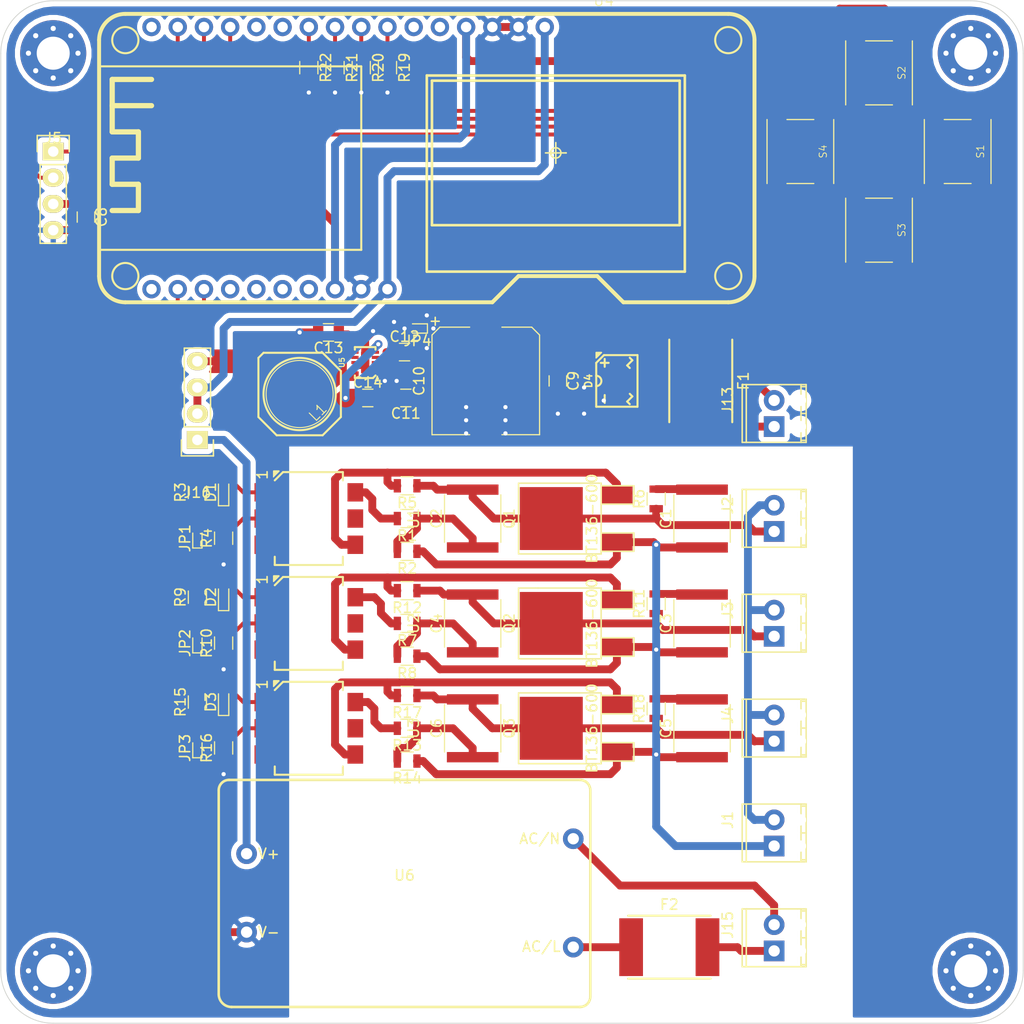
<source format=kicad_pcb>
(kicad_pcb (version 20171130) (host pcbnew no-vcs-found-67ccf76~61~ubuntu16.04.1)
  (layers (0 F.Cu signal hide) (31 B.Cu signal hide) (34 B.Paste user) (35 F.Paste user) (36 B.SilkS user hide) (37 F.SilkS user) (38 B.Mask user) (39 F.Mask user) (44 Edge.Cuts user))
  (net 0 "")
  (net 1 /OUT1)
  (net 2 "Net-(C1-Pad2)")
  (net 3 "Net-(C2-Pad1)")
  (net 4 /NEUT)
  (net 5 /OUT2)
  (net 6 "Net-(C3-Pad2)")
  (net 7 "Net-(C4-Pad1)")
  (net 8 "Net-(C5-Pad2)")
  (net 9 /OUT3)
  (net 10 "Net-(C6-Pad1)")
  (net 11 GND)
  (net 12 /3V3)
  (net 13 /5V_IN1)
  (net 14 "Net-(D1-Pad2)")
  (net 15 /IN1)
  (net 16 /IN2)
  (net 17 "Net-(D2-Pad2)")
  (net 18 /IN3)
  (net 19 "Net-(D3-Pad2)")
  (net 20 "Net-(D4-Pad3)")
  (net 21 "Net-(D4-Pad4)")
  (net 22 "Net-(F1-Pad2)")
  (net 23 "Net-(F2-Pad1)")
  (net 24 "Net-(F2-Pad2)")
  (net 25 /LINE)
  (net 26 /SCL)
  (net 27 /SDA)
  (net 28 "Net-(J15-Pad2)")
  (net 29 /5V)
  (net 30 /5V_IN2)
  (net 31 "Net-(JP1-Pad2)")
  (net 32 "Net-(JP2-Pad2)")
  (net 33 "Net-(JP3-Pad2)")
  (net 34 "Net-(Q1-Pad3)")
  (net 35 "Net-(Q2-Pad3)")
  (net 36 "Net-(Q3-Pad3)")
  (net 37 "Net-(R1-Pad2)")
  (net 38 "Net-(R4-Pad2)")
  (net 39 "Net-(R7-Pad2)")
  (net 40 "Net-(R10-Pad2)")
  (net 41 "Net-(R13-Pad2)")
  (net 42 "Net-(R16-Pad2)")
  (net 43 /SW_E)
  (net 44 /SW_I)
  (net 45 /SW_D)
  (net 46 /SW_M)
  (net 47 /VCC)
  (net 48 /SS)
  (net 49 /LX)
  (net 50 /40VDC)
  (module wyostat_fp:TDFN-10 (layer F.Cu) (at 67.056 66.802 90)
    (fp_text reference U5 (at 0 -2.25 90) (layer F.SilkS) (effects (font (size 0.5 0.5) (thickness 0.1))))
    (fp_text value MAX17502FATB+T)
    (pad 1 smd rect (at -1 0.99 90) (size 0.3 0.7) (layers F.Cu F.Paste F.Mask) (net 11 GND) (clearance 0.15))
    (pad 2 smd rect (at -0.5 0.99 90) (size 0.3 0.7) (layers F.Cu F.Paste F.Mask) (net 50 /40VDC) (clearance 0.15))
    (pad 3 smd rect (at 0 0.99 90) (size 0.3 0.7) (layers F.Cu F.Paste F.Mask) (net 50 /40VDC) (clearance 0.15))
    (pad 4 smd rect (at 0.5 0.99 90) (size 0.3 0.7) (layers F.Cu F.Paste F.Mask) (net 47 /VCC) (clearance 0.15))
    (pad 5 smd rect (at 1 0.99 90) (size 0.3 0.7) (layers F.Cu F.Paste F.Mask) (net 13 /5V_IN1) (clearance 0.15))
    (pad 6 smd rect (at 1 -0.99 90) (size 0.3 0.7) (layers F.Cu F.Paste F.Mask) (net 48 /SS) (clearance 0.15))
    (pad 7 smd rect (at 0.5 -0.99 90) (size 0.3 0.7) (layers F.Cu F.Paste F.Mask) (clearance 0.15))
    (pad 8 smd rect (at 0 -0.99 90) (size 0.3 0.7) (layers F.Cu F.Paste F.Mask) (clearance 0.15))
    (pad 9 smd rect (at -0.5 -0.99 90) (size 0.3 0.7) (layers F.Cu F.Paste F.Mask) (net 11 GND) (clearance 0.15))
    (pad 10 smd rect (at -1 -0.99 90) (size 0.3 0.7) (layers F.Cu F.Paste F.Mask) (net 49 /LX) (clearance 0.15))
    (pad 11 smd rect (at 0 0 90) (size 2.08 0.8) (layers F.Cu F.Paste F.Mask) (net 11 GND) (clearance 0.15))
  )
  (module wyostat_fp:Optocoupler_6pin_smd (layer F.Cu) (at 61.595 81.915 270)
    (fp_text reference U1 (at 0 -10.16 270) (layer F.SilkS))
    (fp_text value MOC3063M)
    (fp_text user 1 (at -4.25 4.5 270) (layer F.SilkS))
    (pad 1 smd rect (at -2.54 4.505 270) (size 1.78 1.52) (layers F.Cu F.Paste F.Mask) (net 15 /IN1))
    (pad 2 smd rect (at 0 4.505 270) (size 1.78 1.52) (layers F.Cu F.Paste F.Mask) (net 38 "Net-(R4-Pad2)"))
    (pad 3 smd rect (at 2.54 4.505 270) (size 1.78 1.52) (layers F.Cu F.Paste F.Mask))
    (pad 4 smd rect (at 2.54 -4.505 270) (size 1.78 1.52) (layers F.Cu F.Paste F.Mask) (net 34 "Net-(Q1-Pad3)"))
    (pad 5 smd rect (at 0 -4.505 270) (size 1.78 1.52) (layers F.Cu F.Paste F.Mask))
    (pad 6 smd rect (at -2.54 -4.505 270) (size 1.78 1.52) (layers F.Cu F.Paste F.Mask) (net 37 "Net-(R1-Pad2)"))
  )
  (module wyostat_fp:Optocoupler_6pin_smd (layer F.Cu) (at 61.595 92.075 270)
    (fp_text reference U2 (at 0 -10.16 270) (layer F.SilkS))
    (fp_text value MOC3063M)
    (fp_text user 1 (at -4.25 4.5 270) (layer F.SilkS))
    (pad 1 smd rect (at -2.54 4.505 270) (size 1.78 1.52) (layers F.Cu F.Paste F.Mask) (net 16 /IN2))
    (pad 2 smd rect (at 0 4.505 270) (size 1.78 1.52) (layers F.Cu F.Paste F.Mask) (net 40 "Net-(R10-Pad2)"))
    (pad 3 smd rect (at 2.54 4.505 270) (size 1.78 1.52) (layers F.Cu F.Paste F.Mask))
    (pad 4 smd rect (at 2.54 -4.505 270) (size 1.78 1.52) (layers F.Cu F.Paste F.Mask) (net 35 "Net-(Q2-Pad3)"))
    (pad 5 smd rect (at 0 -4.505 270) (size 1.78 1.52) (layers F.Cu F.Paste F.Mask))
    (pad 6 smd rect (at -2.54 -4.505 270) (size 1.78 1.52) (layers F.Cu F.Paste F.Mask) (net 39 "Net-(R7-Pad2)"))
  )
  (module wyostat_fp:Optocoupler_6pin_smd (layer F.Cu) (at 61.595 102.235 270)
    (fp_text reference U3 (at 0 -10.16 270) (layer F.SilkS))
    (fp_text value MOC3063M)
    (fp_text user 1 (at -4.25 4.5 270) (layer F.SilkS))
    (pad 1 smd rect (at -2.54 4.505 270) (size 1.78 1.52) (layers F.Cu F.Paste F.Mask) (net 18 /IN3))
    (pad 2 smd rect (at 0 4.505 270) (size 1.78 1.52) (layers F.Cu F.Paste F.Mask) (net 42 "Net-(R16-Pad2)"))
    (pad 3 smd rect (at 2.54 4.505 270) (size 1.78 1.52) (layers F.Cu F.Paste F.Mask))
    (pad 4 smd rect (at 2.54 -4.505 270) (size 1.78 1.52) (layers F.Cu F.Paste F.Mask) (net 36 "Net-(Q3-Pad3)"))
    (pad 5 smd rect (at 0 -4.505 270) (size 1.78 1.52) (layers F.Cu F.Paste F.Mask))
    (pad 6 smd rect (at -2.54 -4.505 270) (size 1.78 1.52) (layers F.Cu F.Paste F.Mask) (net 41 "Net-(R13-Pad2)"))
  )
  (module wyostat_fp:SW_SPST_CK_KSCx (layer F.Cu) (at 124.46 46.355 270)
    (fp_text reference S1 (at 0 -2.2 270) (layer F.SilkS) (effects (font (size 0.7 0.7) (thickness 0.08))))
    (fp_text value SW-ENTER)
    (pad 2 smd rect (at -3 2 270) (size 3 1) (layers F.Cu F.Paste F.Mask) (net 43 /SW_E))
    (pad 1 smd rect (at -3 -2 270) (size 3 1) (layers F.Cu F.Paste F.Mask) (net 12 /3V3))
    (pad 1 smd rect (at 3 -2 270) (size 3 1) (layers F.Cu F.Paste F.Mask) (net 12 /3V3))
    (pad 2 smd rect (at 3 2 270) (size 3 1) (layers F.Cu F.Paste F.Mask) (net 43 /SW_E))
  )
  (module wyostat_fp:Wemos_Lolin (layer F.Cu) (at 73.025 46.99)
    (fp_text reference U4 (at 17.145 -15.24) (layer F.SilkS) (effects (font (thickness 0.1))))
    (fp_text value Wemos-Lolin)
    (pad 26 thru_hole circle (at -26.67 12.7) (size 1.778 1.778) (drill 1.016) (layers *.Cu *.Mask))
    (pad 25 thru_hole circle (at -24.13 12.7) (size 1.778 1.778) (drill 1.016) (layers *.Cu *.Mask) (net 16 /IN2))
    (pad 24 thru_hole circle (at -21.59 12.7) (size 1.778 1.778) (drill 1.016) (layers *.Cu *.Mask) (net 15 /IN1))
    (pad 23 thru_hole circle (at -19.05 12.7) (size 1.778 1.778) (drill 1.016) (layers *.Cu *.Mask))
    (pad 22 thru_hole circle (at -16.51 12.7) (size 1.778 1.778) (drill 1.016) (layers *.Cu *.Mask))
    (pad 21 thru_hole circle (at -13.97 12.7) (size 1.778 1.778) (drill 1.016) (layers *.Cu *.Mask))
    (pad 20 thru_hole circle (at -11.43 12.7) (size 1.778 1.778) (drill 1.016) (layers *.Cu *.Mask))
    (pad 19 thru_hole circle (at -8.89 12.7) (size 1.778 1.778) (drill 1.016) (layers *.Cu *.Mask) (net 12 /3V3))
    (pad 18 thru_hole circle (at -6.35 12.7) (size 1.778 1.778) (drill 1.016) (layers *.Cu *.Mask) (net 11 GND))
    (pad 17 thru_hole circle (at -3.81 12.7) (size 1.778 1.778) (drill 1.016) (layers *.Cu *.Mask) (net 29 /5V))
    (pad 16 thru_hole circle (at 11.43 -12.7) (size 1.778 1.778) (drill 1.016) (layers *.Cu *.Mask) (net 29 /5V))
    (pad 15 thru_hole circle (at 8.89 -12.7) (size 1.778 1.778) (drill 1.016) (layers *.Cu *.Mask) (net 11 GND))
    (pad 14 thru_hole circle (at 6.35 -12.7) (size 1.778 1.778) (drill 1.016) (layers *.Cu *.Mask) (net 11 GND))
    (pad 13 thru_hole circle (at 3.81 -12.7) (size 1.778 1.778) (drill 1.016) (layers *.Cu *.Mask) (net 12 /3V3))
    (pad 12 thru_hole circle (at 1.27 -12.7) (size 1.778 1.778) (drill 1.016) (layers *.Cu *.Mask))
    (pad 11 thru_hole circle (at -1.27 -12.7) (size 1.778 1.778) (drill 1.016) (layers *.Cu *.Mask))
    (pad 10 thru_hole circle (at -3.81 -12.7) (size 1.778 1.778) (drill 1.016) (layers *.Cu *.Mask) (net 43 /SW_E))
    (pad 9 thru_hole circle (at -6.35 -12.7) (size 1.778 1.778) (drill 1.016) (layers *.Cu *.Mask) (net 44 /SW_I))
    (pad 8 thru_hole circle (at -8.89 -12.7) (size 1.778 1.778) (drill 1.016) (layers *.Cu *.Mask) (net 45 /SW_D))
    (pad 7 thru_hole circle (at -11.43 -12.7) (size 1.778 1.778) (drill 1.016) (layers *.Cu *.Mask) (net 46 /SW_M))
    (pad 6 thru_hole circle (at -13.97 -12.7) (size 1.778 1.778) (drill 1.016) (layers *.Cu *.Mask))
    (pad 5 thru_hole circle (at -16.51 -12.7) (size 1.778 1.778) (drill 1.016) (layers *.Cu *.Mask))
    (pad 4 thru_hole circle (at -19.05 -12.7) (size 1.778 1.778) (drill 1.016) (layers *.Cu *.Mask) (net 26 /SCL))
    (pad 3 thru_hole circle (at -21.59 -12.7) (size 1.778 1.778) (drill 1.016) (layers *.Cu *.Mask) (net 27 /SDA))
    (pad 2 thru_hole circle (at -24.13 -12.7) (size 1.778 1.778) (drill 1.016) (layers *.Cu *.Mask) (net 18 /IN3))
    (pad 1 thru_hole circle (at -26.67 -12.7) (size 1.778 1.778) (drill 1.016) (layers *.Cu *.Mask))
  )
  (module wyostat_fp:Diode_bridge (layer F.Cu) (at 91.44 68.58 270)
    (fp_text reference D4 (at 0 2.75 270) (layer F.SilkS) (effects (font (size 0.7 0.7))))
    (fp_text value DiodeBridge)
    (fp_text user + (at -1.75 1.25 270) (layer F.SilkS) (effects (font (thickness 0.2))))
    (fp_text user - (at 1.75 1.25 270) (layer F.SilkS) (effects (font (thickness 0.2))))
    (pad 1 smd rect (at -2 2.95 270) (size 0.85 1.55) (layers F.Cu F.Paste F.Mask) (net 50 /40VDC))
    (pad 2 smd rect (at 2 2.95 270) (size 0.85 1.55) (layers F.Cu F.Paste F.Mask) (net 11 GND))
    (pad 3 smd rect (at 2 -2.95 270) (size 0.85 1.55) (layers F.Cu F.Paste F.Mask) (net 20 "Net-(D4-Pad3)"))
    (pad 4 smd rect (at -2 -2.95 270) (size 0.85 1.55) (layers F.Cu F.Paste F.Mask) (net 21 "Net-(D4-Pad4)"))
  )
  (module wyostat_fp:Converter_AC_DC_Eshion (layer F.Cu) (at 70.866 118.237 180)
    (fp_text reference U6 (at 0 1.75 180) (layer F.SilkS))
    (fp_text value Converter_AC_DC)
    (fp_text user AC/L (at -13.25 -5.15 180) (layer F.SilkS))
    (fp_text user AC/N (at -13.1 5.3 180) (layer F.SilkS))
    (fp_text user V+ (at 13.15 3.85 180) (layer F.SilkS))
    (fp_text user V- (at 13.15 -3.75 180) (layer F.SilkS))
    (pad 3 thru_hole circle (at 15.3 3.85 180) (size 2 2) (drill 1.1) (layers *.Cu *.Mask) (net 30 /5V_IN2))
    (pad 4 thru_hole circle (at 15.3 -3.75 180) (size 2 2) (drill 1.1) (layers *.Cu *.Mask) (net 11 GND))
    (pad 1 thru_hole circle (at -16.35 -5.2 180) (size 2 2) (drill 1.1) (layers *.Cu *.Mask) (net 23 "Net-(F2-Pad1)"))
    (pad 2 thru_hole circle (at -16.35 5.3 180) (size 2 2) (drill 1.1) (layers *.Cu *.Mask) (net 28 "Net-(J15-Pad2)"))
  )
  (module wyostat_fp:Pin_Header_Straight_1x04 (layer F.Cu) (at 36.83 50.165)
    (fp_text reference J5 (at 0 -5.1) (layer F.SilkS))
    (fp_text value I2C_ext1)
    (pad 4 thru_hole oval (at 0 3.81) (size 2.032 1.7272) (drill 1.016) (layers *.Cu *.Mask F.SilkS) (net 11 GND))
    (pad 3 thru_hole oval (at 0 1.27) (size 2.032 1.7272) (drill 1.016) (layers *.Cu *.Mask F.SilkS) (net 12 /3V3))
    (pad 2 thru_hole oval (at 0 -1.27) (size 2.032 1.7272) (drill 1.016) (layers *.Cu *.Mask F.SilkS) (net 27 /SDA))
    (pad 1 thru_hole rect (at 0 -3.81) (size 2.032 1.7272) (drill 1.016) (layers *.Cu *.Mask F.SilkS) (net 26 /SCL))
  )
  (module Capacitors_SMD:CP_Elec_10x10 (layer F.Cu) (at 78.74 68.58 270)
    (fp_text reference C10 (at 0 6.46 270) (layer F.SilkS))
    (fp_text value 100uF,50V)
    (fp_text user + (at -5.78 4.97 270) (layer F.SilkS))
    (pad 2 smd rect (at 4 0 90) (size 4 2.5) (layers F.Cu F.Paste F.Mask) (net 11 GND))
    (pad 1 smd rect (at -4 0 90) (size 4 2.5) (layers F.Cu F.Paste F.Mask) (net 50 /40VDC))
  )
  (module wyostat_fp:TerminalBlock_Pheonix_MPT-2.54mm_2pol (layer F.Cu) (at 106.68 81.915 90)
    (fp_text reference J2 (at 1.27 -4.50088 90) (layer F.SilkS))
    (fp_text value OUT1)
    (pad 2 thru_hole oval (at 1.29 0 90) (size 1.99898 1.99898) (drill 1.09728) (layers *.Cu *.Mask) (net 4 /NEUT))
    (pad 1 thru_hole rect (at -1.25 0 90) (size 1.99898 1.99898) (drill 1.09728) (layers *.Cu *.Mask) (net 1 /OUT1))
    (pad "" np_thru_hole circle (at -1.25 2.54 90) (size 1.1 1.1) (drill 1.1) (layers *.Cu *.Mask))
    (pad "" np_thru_hole circle (at 1.29 2.54 90) (size 1.1 1.1) (drill 1.1) (layers *.Cu *.Mask))
  )
  (module wyostat_fp:TerminalBlock_Pheonix_MPT-2.54mm_2pol (layer F.Cu) (at 106.68 112.395 90)
    (fp_text reference J1 (at 1.27 -4.50088 90) (layer F.SilkS))
    (fp_text value PWR_In)
    (pad 2 thru_hole oval (at 1.29 0 90) (size 1.99898 1.99898) (drill 1.09728) (layers *.Cu *.Mask) (net 4 /NEUT))
    (pad 1 thru_hole rect (at -1.25 0 90) (size 1.99898 1.99898) (drill 1.09728) (layers *.Cu *.Mask) (net 25 /LINE))
    (pad "" np_thru_hole circle (at -1.25 2.54 90) (size 1.1 1.1) (drill 1.1) (layers *.Cu *.Mask))
    (pad "" np_thru_hole circle (at 1.29 2.54 90) (size 1.1 1.1) (drill 1.1) (layers *.Cu *.Mask))
  )
  (module wyostat_fp:TerminalBlock_Pheonix_MPT-2.54mm_2pol (layer F.Cu) (at 106.68 92.075 90)
    (fp_text reference J3 (at 1.27 -4.50088 90) (layer F.SilkS))
    (fp_text value OUT2)
    (pad 2 thru_hole oval (at 1.29 0 90) (size 1.99898 1.99898) (drill 1.09728) (layers *.Cu *.Mask) (net 4 /NEUT))
    (pad 1 thru_hole rect (at -1.25 0 90) (size 1.99898 1.99898) (drill 1.09728) (layers *.Cu *.Mask) (net 5 /OUT2))
    (pad "" np_thru_hole circle (at -1.25 2.54 90) (size 1.1 1.1) (drill 1.1) (layers *.Cu *.Mask))
    (pad "" np_thru_hole circle (at 1.29 2.54 90) (size 1.1 1.1) (drill 1.1) (layers *.Cu *.Mask))
  )
  (module wyostat_fp:TerminalBlock_Pheonix_MPT-2.54mm_2pol (layer F.Cu) (at 106.68 102.235 90)
    (fp_text reference J4 (at 1.27 -4.50088 90) (layer F.SilkS))
    (fp_text value OUT3)
    (pad 2 thru_hole oval (at 1.29 0 90) (size 1.99898 1.99898) (drill 1.09728) (layers *.Cu *.Mask) (net 4 /NEUT))
    (pad 1 thru_hole rect (at -1.25 0 90) (size 1.99898 1.99898) (drill 1.09728) (layers *.Cu *.Mask) (net 9 /OUT3))
    (pad "" np_thru_hole circle (at -1.25 2.54 90) (size 1.1 1.1) (drill 1.1) (layers *.Cu *.Mask))
    (pad "" np_thru_hole circle (at 1.29 2.54 90) (size 1.1 1.1) (drill 1.1) (layers *.Cu *.Mask))
  )
  (module wyostat_fp:TerminalBlock_Pheonix_MPT-2.54mm_2pol (layer F.Cu) (at 106.68 71.755 90)
    (fp_text reference J13 (at 1.27 -4.50088 90) (layer F.SilkS))
    (fp_text value AC_IN)
    (pad 2 thru_hole oval (at 1.29 0 90) (size 1.99898 1.99898) (drill 1.09728) (layers *.Cu *.Mask) (net 20 "Net-(D4-Pad3)"))
    (pad 1 thru_hole rect (at -1.25 0 90) (size 1.99898 1.99898) (drill 1.09728) (layers *.Cu *.Mask) (net 22 "Net-(F1-Pad2)"))
    (pad "" np_thru_hole circle (at -1.25 2.54 90) (size 1.1 1.1) (drill 1.1) (layers *.Cu *.Mask))
    (pad "" np_thru_hole circle (at 1.29 2.54 90) (size 1.1 1.1) (drill 1.1) (layers *.Cu *.Mask))
  )
  (module wyostat_fp:TerminalBlock_Pheonix_MPT-2.54mm_2pol (layer F.Cu) (at 106.68 122.555 90)
    (fp_text reference J15 (at 1.27 -4.50088 90) (layer F.SilkS))
    (fp_text value AC_IN)
    (pad 2 thru_hole oval (at 1.29 0 90) (size 1.99898 1.99898) (drill 1.09728) (layers *.Cu *.Mask) (net 28 "Net-(J15-Pad2)"))
    (pad 1 thru_hole rect (at -1.25 0 90) (size 1.99898 1.99898) (drill 1.09728) (layers *.Cu *.Mask) (net 24 "Net-(F2-Pad2)"))
    (pad "" np_thru_hole circle (at -1.25 2.54 90) (size 1.1 1.1) (drill 1.1) (layers *.Cu *.Mask))
    (pad "" np_thru_hole circle (at 1.29 2.54 90) (size 1.1 1.1) (drill 1.1) (layers *.Cu *.Mask))
  )
  (module wyostat_fp:LED_0603 (layer F.Cu) (at 53.34 79.375 90)
    (fp_text reference D1 (at 0 -1.25 90) (layer F.SilkS))
    (fp_text value LED)
    (pad 2 smd rect (at -0.8 0 270) (size 0.8 0.8) (layers F.Cu F.Paste F.Mask) (net 14 "Net-(D1-Pad2)"))
    (pad 1 smd rect (at 0.8 0 270) (size 0.8 0.8) (layers F.Cu F.Paste F.Mask) (net 15 /IN1))
  )
  (module wyostat_fp:C_2220 (layer F.Cu) (at 99.695 81.915 90)
    (fp_text reference C1 (at 0 -3.5 90) (layer F.SilkS))
    (fp_text value 10nF,120V)
    (pad 2 smd rect (at 2.8 0 90) (size 1 5) (layers F.Cu F.Paste F.Mask) (net 2 "Net-(C1-Pad2)"))
    (pad 1 smd rect (at -2.8 0 90) (size 1 5) (layers F.Cu F.Paste F.Mask) (net 25 /LINE))
  )
  (module wyostat_fp:C_2220 (layer F.Cu) (at 77.47 81.915 90)
    (fp_text reference C2 (at 0 -3.5 90) (layer F.SilkS))
    (fp_text value 47nF,63V)
    (pad 2 smd rect (at 2.8 0 90) (size 1 5) (layers F.Cu F.Paste F.Mask) (net 1 /OUT1))
    (pad 1 smd rect (at -2.8 0 90) (size 1 5) (layers F.Cu F.Paste F.Mask) (net 3 "Net-(C2-Pad1)"))
  )
  (module wyostat_fp:C_2220 (layer F.Cu) (at 99.695 92.075 90)
    (fp_text reference C3 (at 0 -3.5 90) (layer F.SilkS))
    (fp_text value 10nF,120V)
    (pad 2 smd rect (at 2.8 0 90) (size 1 5) (layers F.Cu F.Paste F.Mask) (net 6 "Net-(C3-Pad2)"))
    (pad 1 smd rect (at -2.8 0 90) (size 1 5) (layers F.Cu F.Paste F.Mask) (net 25 /LINE))
  )
  (module wyostat_fp:C_2220 (layer F.Cu) (at 77.47 92.075 90)
    (fp_text reference C4 (at 0 -3.5 90) (layer F.SilkS))
    (fp_text value 47nF,63V)
    (pad 2 smd rect (at 2.8 0 90) (size 1 5) (layers F.Cu F.Paste F.Mask) (net 5 /OUT2))
    (pad 1 smd rect (at -2.8 0 90) (size 1 5) (layers F.Cu F.Paste F.Mask) (net 7 "Net-(C4-Pad1)"))
  )
  (module wyostat_fp:C_2220 (layer F.Cu) (at 99.695 102.235 90)
    (fp_text reference C5 (at 0 -3.5 90) (layer F.SilkS))
    (fp_text value 10nF,120V)
    (pad 2 smd rect (at 2.8 0 90) (size 1 5) (layers F.Cu F.Paste F.Mask) (net 8 "Net-(C5-Pad2)"))
    (pad 1 smd rect (at -2.8 0 90) (size 1 5) (layers F.Cu F.Paste F.Mask) (net 25 /LINE))
  )
  (module wyostat_fp:C_2220 (layer F.Cu) (at 77.47 102.235 90)
    (fp_text reference C6 (at 0 -3.5 90) (layer F.SilkS))
    (fp_text value 47nF,63V)
    (pad 2 smd rect (at 2.8 0 90) (size 1 5) (layers F.Cu F.Paste F.Mask) (net 9 /OUT3))
    (pad 1 smd rect (at -2.8 0 90) (size 1 5) (layers F.Cu F.Paste F.Mask) (net 10 "Net-(C6-Pad1)"))
  )
  (module wyostat_fp:C_0805 (layer F.Cu) (at 40.005 52.705 270)
    (fp_text reference C8 (at 0 -1.5 270) (layer F.SilkS))
    (fp_text value 100nF)
    (pad 1 smd rect (at -1 0 270) (size 1 1.25) (layers F.Cu F.Paste F.Mask) (net 12 /3V3))
    (pad 2 smd rect (at 1 0 270) (size 1 1.25) (layers F.Cu F.Paste F.Mask) (net 11 GND))
  )
  (module wyostat_fp:C_0805 (layer F.Cu) (at 85.725 68.58 270)
    (fp_text reference C9 (at 0 -1.5 270) (layer F.SilkS))
    (fp_text value 100nF)
    (pad 1 smd rect (at -1 0 270) (size 1 1.25) (layers F.Cu F.Paste F.Mask) (net 50 /40VDC))
    (pad 2 smd rect (at 1 0 270) (size 1 1.25) (layers F.Cu F.Paste F.Mask) (net 11 GND))
  )
  (module wyostat_fp:C_0805 (layer F.Cu) (at 70.993 70.231 180)
    (fp_text reference C11 (at 0 -1.5 180) (layer F.SilkS))
    (fp_text value 2.2uF,50V)
    (pad 1 smd rect (at -1 0 180) (size 1 1.25) (layers F.Cu F.Paste F.Mask) (net 50 /40VDC))
    (pad 2 smd rect (at 1 0 180) (size 1 1.25) (layers F.Cu F.Paste F.Mask) (net 11 GND))
  )
  (module wyostat_fp:C_0805 (layer F.Cu) (at 70.866 65.786)
    (fp_text reference C12 (at 0 -1.5) (layer F.SilkS))
    (fp_text value 1uF)
    (pad 1 smd rect (at -1 0) (size 1 1.25) (layers F.Cu F.Paste F.Mask) (net 47 /VCC))
    (pad 2 smd rect (at 1 0) (size 1 1.25) (layers F.Cu F.Paste F.Mask) (net 11 GND))
  )
  (module wyostat_fp:C_0805 (layer F.Cu) (at 63.5 63.881 180)
    (fp_text reference C13 (at 0 -1.5 180) (layer F.SilkS))
    (fp_text value 3.3nF)
    (pad 1 smd rect (at -1 0 180) (size 1 1.25) (layers F.Cu F.Paste F.Mask) (net 48 /SS))
    (pad 2 smd rect (at 1 0 180) (size 1 1.25) (layers F.Cu F.Paste F.Mask) (net 11 GND))
  )
  (module wyostat_fp:C_0805 (layer F.Cu) (at 67.31 70.231)
    (fp_text reference C14 (at 0 -1.5) (layer F.SilkS))
    (fp_text value 10uF)
    (pad 1 smd rect (at -1 0) (size 1 1.25) (layers F.Cu F.Paste F.Mask) (net 13 /5V_IN1))
    (pad 2 smd rect (at 1 0) (size 1 1.25) (layers F.Cu F.Paste F.Mask) (net 11 GND))
  )
  (module wyostat_fp:LED_0603 (layer F.Cu) (at 53.34 89.535 90)
    (fp_text reference D2 (at 0 -1.25 90) (layer F.SilkS))
    (fp_text value LED)
    (pad 2 smd rect (at -0.8 0 270) (size 0.8 0.8) (layers F.Cu F.Paste F.Mask) (net 17 "Net-(D2-Pad2)"))
    (pad 1 smd rect (at 0.8 0 270) (size 0.8 0.8) (layers F.Cu F.Paste F.Mask) (net 16 /IN2))
  )
  (module wyostat_fp:LED_0603 (layer F.Cu) (at 53.34 99.695 90)
    (fp_text reference D3 (at 0 -1.25 90) (layer F.SilkS))
    (fp_text value LED)
    (pad 2 smd rect (at -0.8 0 270) (size 0.8 0.8) (layers F.Cu F.Paste F.Mask) (net 19 "Net-(D3-Pad2)"))
    (pad 1 smd rect (at 0.8 0 270) (size 0.8 0.8) (layers F.Cu F.Paste F.Mask) (net 18 /IN3))
  )
  (module wyostat_fp:Fuse_SMD2920 (layer F.Cu) (at 99.568 68.58 270)
    (fp_text reference F1 (at 0 -4.13 270) (layer F.SilkS))
    (fp_text value Polyfuse)
    (pad 1 smd rect (at -3.7 0) (size 5.6 2.3) (layers F.Cu F.Paste F.Mask) (net 21 "Net-(D4-Pad4)"))
    (pad 2 smd rect (at 3.7 0) (size 5.6 2.3) (layers F.Cu F.Paste F.Mask) (net 22 "Net-(F1-Pad2)"))
  )
  (module wyostat_fp:Fuse_SMD2920 (layer F.Cu) (at 96.52 123.444)
    (fp_text reference F2 (at 0 -4.13) (layer F.SilkS))
    (fp_text value Polyfuse)
    (pad 1 smd rect (at -3.7 0 90) (size 5.6 2.3) (layers F.Cu F.Paste F.Mask) (net 23 "Net-(F2-Pad1)"))
    (pad 2 smd rect (at 3.7 0 90) (size 5.6 2.3) (layers F.Cu F.Paste F.Mask) (net 24 "Net-(F2-Pad2)"))
  )
  (module wyostat_fp:Pin_Header_Straight_1x04 (layer F.Cu) (at 50.8 74.295 180)
    (fp_text reference J16 (at 0 -5.1 180) (layer F.SilkS))
    (fp_text value 5V_SEL)
    (pad 1 thru_hole rect (at 0 0 180) (size 2.032 1.7272) (drill 1.016) (layers *.Cu *.Mask F.SilkS) (net 30 /5V_IN2))
    (pad 2 thru_hole oval (at 0 2.54 180) (size 2.032 1.7272) (drill 1.016) (layers *.Cu *.Mask F.SilkS) (net 29 /5V))
    (pad 3 thru_hole oval (at 0 5.08 180) (size 2.032 1.7272) (drill 1.016) (layers *.Cu *.Mask F.SilkS) (net 29 /5V))
    (pad 4 thru_hole oval (at 0 7.62 180) (size 2.032 1.7272) (drill 1.016) (layers *.Cu *.Mask F.SilkS) (net 13 /5V_IN1))
  )
  (module wyostat_fp:LED_0402 (layer F.Cu) (at 50.8 83.82 90)
    (fp_text reference JP1 (at 0 -1.2 90) (layer F.SilkS))
    (fp_text value LED_en)
    (pad 2 smd rect (at 0.55 0 270) (size 0.6 0.7) (layers F.Cu F.Paste F.Mask) (net 31 "Net-(JP1-Pad2)"))
    (pad 1 smd rect (at -0.55 0 270) (size 0.6 0.7) (layers F.Cu F.Paste F.Mask) (net 11 GND))
  )
  (module wyostat_fp:LED_0402 (layer F.Cu) (at 50.8 93.98 90)
    (fp_text reference JP2 (at 0 -1.2 90) (layer F.SilkS))
    (fp_text value LED_en)
    (pad 2 smd rect (at 0.55 0 270) (size 0.6 0.7) (layers F.Cu F.Paste F.Mask) (net 32 "Net-(JP2-Pad2)"))
    (pad 1 smd rect (at -0.55 0 270) (size 0.6 0.7) (layers F.Cu F.Paste F.Mask) (net 11 GND))
  )
  (module wyostat_fp:LED_0402 (layer F.Cu) (at 50.8 104.14 90)
    (fp_text reference JP3 (at 0 -1.2 90) (layer F.SilkS))
    (fp_text value LED_en)
    (pad 2 smd rect (at 0.55 0 270) (size 0.6 0.7) (layers F.Cu F.Paste F.Mask) (net 33 "Net-(JP3-Pad2)"))
    (pad 1 smd rect (at -0.55 0 270) (size 0.6 0.7) (layers F.Cu F.Paste F.Mask) (net 11 GND))
  )
  (module wyostat_fp:Inductor_ELL8TP (layer F.Cu) (at 60.706 69.85 45)
    (fp_text reference L1 (at 0 2.5 45) (layer F.SilkS) (effects (font (thickness 0.1))))
    (fp_text value 22uH)
    (pad 2 smd roundrect (at -4.124999 0 45) (size 1.65 3) (layers F.Cu F.Paste F.Mask) (net 13 /5V_IN1))
    (pad 1 smd roundrect (at 4.124999 0 45) (size 1.65 3) (layers F.Cu F.Paste F.Mask) (net 49 /LX))
  )
  (module wyostat_fp:R_0805 (layer F.Cu) (at 71.12 81.915 180)
    (fp_text reference R1 (at 0 -1.65 180) (layer F.SilkS))
    (fp_text value 360)
    (pad 2 smd rect (at 0.95 0 180) (size 0.7 1.3) (layers F.Cu F.Paste F.Mask) (net 37 "Net-(R1-Pad2)"))
    (pad 1 smd rect (at -0.95 0 180) (size 0.7 1.3) (layers F.Cu F.Paste F.Mask) (net 3 "Net-(C2-Pad1)"))
  )
  (module wyostat_fp:R_0805 (layer F.Cu) (at 71.12 85.09 180)
    (fp_text reference R2 (at 0 -1.65 180) (layer F.SilkS))
    (fp_text value 470)
    (pad 2 smd rect (at 0.95 0 180) (size 0.7 1.3) (layers F.Cu F.Paste F.Mask) (net 3 "Net-(C2-Pad1)"))
    (pad 1 smd rect (at -0.95 0 180) (size 0.7 1.3) (layers F.Cu F.Paste F.Mask) (net 25 /LINE))
  )
  (module wyostat_fp:R_0805 (layer F.Cu) (at 50.8 79.375 90)
    (fp_text reference R3 (at 0 -1.65 90) (layer F.SilkS))
    (fp_text value 200)
    (pad 2 smd rect (at 0.95 0 90) (size 0.7 1.3) (layers F.Cu F.Paste F.Mask) (net 14 "Net-(D1-Pad2)"))
    (pad 1 smd rect (at -0.95 0 90) (size 0.7 1.3) (layers F.Cu F.Paste F.Mask) (net 31 "Net-(JP1-Pad2)"))
  )
  (module wyostat_fp:R_0805 (layer F.Cu) (at 53.34 83.82 90)
    (fp_text reference R4 (at 0 -1.65 90) (layer F.SilkS))
    (fp_text value 300)
    (pad 2 smd rect (at 0.95 0 90) (size 0.7 1.3) (layers F.Cu F.Paste F.Mask) (net 38 "Net-(R4-Pad2)"))
    (pad 1 smd rect (at -0.95 0 90) (size 0.7 1.3) (layers F.Cu F.Paste F.Mask) (net 11 GND))
  )
  (module wyostat_fp:R_0805 (layer F.Cu) (at 71.12 78.74 180)
    (fp_text reference R5 (at 0 -1.65 180) (layer F.SilkS))
    (fp_text value 360)
    (pad 2 smd rect (at 0.95 0 180) (size 0.7 1.3) (layers F.Cu F.Paste F.Mask) (net 34 "Net-(Q1-Pad3)"))
    (pad 1 smd rect (at -0.95 0 180) (size 0.7 1.3) (layers F.Cu F.Paste F.Mask) (net 1 /OUT1))
  )
  (module wyostat_fp:R_0805 (layer F.Cu) (at 95.25 80.01 90)
    (fp_text reference R6 (at 0 -1.65 90) (layer F.SilkS))
    (fp_text value 39)
    (pad 2 smd rect (at 0.95 0 90) (size 0.7 1.3) (layers F.Cu F.Paste F.Mask) (net 2 "Net-(C1-Pad2)"))
    (pad 1 smd rect (at -0.95 0 90) (size 0.7 1.3) (layers F.Cu F.Paste F.Mask) (net 1 /OUT1))
  )
  (module wyostat_fp:R_0805 (layer F.Cu) (at 71.12 92.075 180)
    (fp_text reference R7 (at 0 -1.65 180) (layer F.SilkS))
    (fp_text value 360)
    (pad 2 smd rect (at 0.95 0 180) (size 0.7 1.3) (layers F.Cu F.Paste F.Mask) (net 39 "Net-(R7-Pad2)"))
    (pad 1 smd rect (at -0.95 0 180) (size 0.7 1.3) (layers F.Cu F.Paste F.Mask) (net 7 "Net-(C4-Pad1)"))
  )
  (module wyostat_fp:R_0805 (layer F.Cu) (at 71.12 95.25 180)
    (fp_text reference R8 (at 0 -1.65 180) (layer F.SilkS))
    (fp_text value 470)
    (pad 2 smd rect (at 0.95 0 180) (size 0.7 1.3) (layers F.Cu F.Paste F.Mask) (net 7 "Net-(C4-Pad1)"))
    (pad 1 smd rect (at -0.95 0 180) (size 0.7 1.3) (layers F.Cu F.Paste F.Mask) (net 25 /LINE))
  )
  (module wyostat_fp:R_0805 (layer F.Cu) (at 50.8 89.535 90)
    (fp_text reference R9 (at 0 -1.65 90) (layer F.SilkS))
    (fp_text value 200)
    (pad 2 smd rect (at 0.95 0 90) (size 0.7 1.3) (layers F.Cu F.Paste F.Mask) (net 17 "Net-(D2-Pad2)"))
    (pad 1 smd rect (at -0.95 0 90) (size 0.7 1.3) (layers F.Cu F.Paste F.Mask) (net 32 "Net-(JP2-Pad2)"))
  )
  (module wyostat_fp:R_0805 (layer F.Cu) (at 53.34 93.98 90)
    (fp_text reference R10 (at 0 -1.65 90) (layer F.SilkS))
    (fp_text value 300)
    (pad 2 smd rect (at 0.95 0 90) (size 0.7 1.3) (layers F.Cu F.Paste F.Mask) (net 40 "Net-(R10-Pad2)"))
    (pad 1 smd rect (at -0.95 0 90) (size 0.7 1.3) (layers F.Cu F.Paste F.Mask) (net 11 GND))
  )
  (module wyostat_fp:R_0805 (layer F.Cu) (at 95.25 90.17 90)
    (fp_text reference R11 (at 0 -1.65 90) (layer F.SilkS))
    (fp_text value 39)
    (pad 2 smd rect (at 0.95 0 90) (size 0.7 1.3) (layers F.Cu F.Paste F.Mask) (net 6 "Net-(C3-Pad2)"))
    (pad 1 smd rect (at -0.95 0 90) (size 0.7 1.3) (layers F.Cu F.Paste F.Mask) (net 5 /OUT2))
  )
  (module wyostat_fp:R_0805 (layer F.Cu) (at 71.12 88.9 180)
    (fp_text reference R12 (at 0 -1.65 180) (layer F.SilkS))
    (fp_text value 360)
    (pad 2 smd rect (at 0.95 0 180) (size 0.7 1.3) (layers F.Cu F.Paste F.Mask) (net 35 "Net-(Q2-Pad3)"))
    (pad 1 smd rect (at -0.95 0 180) (size 0.7 1.3) (layers F.Cu F.Paste F.Mask) (net 5 /OUT2))
  )
  (module wyostat_fp:R_0805 (layer F.Cu) (at 71.12 102.235 180)
    (fp_text reference R13 (at 0 -1.65 180) (layer F.SilkS))
    (fp_text value 360)
    (pad 2 smd rect (at 0.95 0 180) (size 0.7 1.3) (layers F.Cu F.Paste F.Mask) (net 41 "Net-(R13-Pad2)"))
    (pad 1 smd rect (at -0.95 0 180) (size 0.7 1.3) (layers F.Cu F.Paste F.Mask) (net 10 "Net-(C6-Pad1)"))
  )
  (module wyostat_fp:R_0805 (layer F.Cu) (at 71.12 105.41 180)
    (fp_text reference R14 (at 0 -1.65 180) (layer F.SilkS))
    (fp_text value 470)
    (pad 2 smd rect (at 0.95 0 180) (size 0.7 1.3) (layers F.Cu F.Paste F.Mask) (net 10 "Net-(C6-Pad1)"))
    (pad 1 smd rect (at -0.95 0 180) (size 0.7 1.3) (layers F.Cu F.Paste F.Mask) (net 25 /LINE))
  )
  (module wyostat_fp:R_0805 (layer F.Cu) (at 50.8 99.695 90)
    (fp_text reference R15 (at 0 -1.65 90) (layer F.SilkS))
    (fp_text value 200)
    (pad 2 smd rect (at 0.95 0 90) (size 0.7 1.3) (layers F.Cu F.Paste F.Mask) (net 19 "Net-(D3-Pad2)"))
    (pad 1 smd rect (at -0.95 0 90) (size 0.7 1.3) (layers F.Cu F.Paste F.Mask) (net 33 "Net-(JP3-Pad2)"))
  )
  (module wyostat_fp:R_0805 (layer F.Cu) (at 53.34 104.14 90)
    (fp_text reference R16 (at 0 -1.65 90) (layer F.SilkS))
    (fp_text value 300)
    (pad 2 smd rect (at 0.95 0 90) (size 0.7 1.3) (layers F.Cu F.Paste F.Mask) (net 42 "Net-(R16-Pad2)"))
    (pad 1 smd rect (at -0.95 0 90) (size 0.7 1.3) (layers F.Cu F.Paste F.Mask) (net 11 GND))
  )
  (module wyostat_fp:R_0805 (layer F.Cu) (at 71.12 99.06 180)
    (fp_text reference R17 (at 0 -1.65 180) (layer F.SilkS))
    (fp_text value 360)
    (pad 2 smd rect (at 0.95 0 180) (size 0.7 1.3) (layers F.Cu F.Paste F.Mask) (net 36 "Net-(Q3-Pad3)"))
    (pad 1 smd rect (at -0.95 0 180) (size 0.7 1.3) (layers F.Cu F.Paste F.Mask) (net 9 /OUT3))
  )
  (module wyostat_fp:R_0805 (layer F.Cu) (at 95.25 100.33 90)
    (fp_text reference R18 (at 0 -1.65 90) (layer F.SilkS))
    (fp_text value 39)
    (pad 2 smd rect (at 0.95 0 90) (size 0.7 1.3) (layers F.Cu F.Paste F.Mask) (net 8 "Net-(C5-Pad2)"))
    (pad 1 smd rect (at -0.95 0 90) (size 0.7 1.3) (layers F.Cu F.Paste F.Mask) (net 9 /OUT3))
  )
  (module wyostat_fp:R_0805 (layer F.Cu) (at 69.215 38.227 270)
    (fp_text reference R19 (at 0 -1.65 270) (layer F.SilkS))
    (fp_text value 10k)
    (pad 2 smd rect (at 0.95 0 270) (size 0.7 1.3) (layers F.Cu F.Paste F.Mask) (net 11 GND))
    (pad 1 smd rect (at -0.95 0 270) (size 0.7 1.3) (layers F.Cu F.Paste F.Mask) (net 43 /SW_E))
  )
  (module wyostat_fp:R_0805 (layer F.Cu) (at 66.675 38.227 270)
    (fp_text reference R20 (at 0 -1.65 270) (layer F.SilkS))
    (fp_text value 10k)
    (pad 2 smd rect (at 0.95 0 270) (size 0.7 1.3) (layers F.Cu F.Paste F.Mask) (net 11 GND))
    (pad 1 smd rect (at -0.95 0 270) (size 0.7 1.3) (layers F.Cu F.Paste F.Mask) (net 44 /SW_I))
  )
  (module wyostat_fp:R_0805 (layer F.Cu) (at 64.135 38.227 270)
    (fp_text reference R21 (at 0 -1.65 270) (layer F.SilkS))
    (fp_text value 10k)
    (pad 2 smd rect (at 0.95 0 270) (size 0.7 1.3) (layers F.Cu F.Paste F.Mask) (net 11 GND))
    (pad 1 smd rect (at -0.95 0 270) (size 0.7 1.3) (layers F.Cu F.Paste F.Mask) (net 45 /SW_D))
  )
  (module wyostat_fp:R_0805 (layer F.Cu) (at 61.595 38.227 270)
    (fp_text reference R22 (at 0 -1.65 270) (layer F.SilkS))
    (fp_text value 10k)
    (pad 2 smd rect (at 0.95 0 270) (size 0.7 1.3) (layers F.Cu F.Paste F.Mask) (net 11 GND))
    (pad 1 smd rect (at -0.95 0 270) (size 0.7 1.3) (layers F.Cu F.Paste F.Mask) (net 46 /SW_M))
  )
  (module wyostat_fp:SW_SPST_CK_KSCx (layer F.Cu) (at 116.84 38.735 270)
    (fp_text reference S2 (at 0 -2.2 270) (layer F.SilkS) (effects (font (size 0.7 0.7) (thickness 0.08))))
    (fp_text value SW-INC)
    (pad 2 smd rect (at -3 2 270) (size 3 1) (layers F.Cu F.Paste F.Mask) (net 44 /SW_I))
    (pad 1 smd rect (at -3 -2 270) (size 3 1) (layers F.Cu F.Paste F.Mask) (net 12 /3V3))
    (pad 1 smd rect (at 3 -2 270) (size 3 1) (layers F.Cu F.Paste F.Mask) (net 12 /3V3))
    (pad 2 smd rect (at 3 2 270) (size 3 1) (layers F.Cu F.Paste F.Mask) (net 44 /SW_I))
  )
  (module wyostat_fp:SW_SPST_CK_KSCx (layer F.Cu) (at 116.84 53.975 270)
    (fp_text reference S3 (at 0 -2.2 270) (layer F.SilkS) (effects (font (size 0.7 0.7) (thickness 0.08))))
    (fp_text value SW-DEC)
    (pad 2 smd rect (at -3 2 270) (size 3 1) (layers F.Cu F.Paste F.Mask) (net 45 /SW_D))
    (pad 1 smd rect (at -3 -2 270) (size 3 1) (layers F.Cu F.Paste F.Mask) (net 12 /3V3))
    (pad 1 smd rect (at 3 -2 270) (size 3 1) (layers F.Cu F.Paste F.Mask) (net 12 /3V3))
    (pad 2 smd rect (at 3 2 270) (size 3 1) (layers F.Cu F.Paste F.Mask) (net 45 /SW_D))
  )
  (module wyostat_fp:SW_SPST_CK_KSCx (layer F.Cu) (at 109.22 46.355 270)
    (fp_text reference S4 (at 0 -2.2 270) (layer F.SilkS) (effects (font (size 0.7 0.7) (thickness 0.08))))
    (fp_text value SW-MODE)
    (pad 2 smd rect (at -3 2 270) (size 3 1) (layers F.Cu F.Paste F.Mask) (net 46 /SW_M))
    (pad 1 smd rect (at -3 -2 270) (size 3 1) (layers F.Cu F.Paste F.Mask) (net 12 /3V3))
    (pad 1 smd rect (at 3 -2 270) (size 3 1) (layers F.Cu F.Paste F.Mask) (net 12 /3V3))
    (pad 2 smd rect (at 3 2 270) (size 3 1) (layers F.Cu F.Paste F.Mask) (net 46 /SW_M))
  )
  (module SMD_Packages:DPAK-2 (layer F.Cu) (at 91.44 81.915 90)
    (fp_text reference Q1 (at 0 -10.414 90) (layer F.SilkS))
    (fp_text value BT136-600 (at 0 -2.413 90) (layer F.SilkS))
    (pad 3 smd rect (at 2.286 0 90) (size 1.651 3.048) (layers F.Cu F.Paste F.Mask) (net 34 "Net-(Q1-Pad3)"))
    (pad 2 smd rect (at 0 -6.35 90) (size 6.096 6.096) (layers F.Cu F.Paste F.Mask) (net 1 /OUT1))
    (pad 1 smd rect (at -2.286 0 90) (size 1.651 3.048) (layers F.Cu F.Paste F.Mask) (net 25 /LINE))
  )
  (module SMD_Packages:DPAK-2 (layer F.Cu) (at 91.44 92.075 90)
    (fp_text reference Q2 (at 0 -10.414 90) (layer F.SilkS))
    (fp_text value BT136-600 (at 0 -2.413 90) (layer F.SilkS))
    (pad 1 smd rect (at -2.286 0 90) (size 1.651 3.048) (layers F.Cu F.Paste F.Mask) (net 25 /LINE))
    (pad 2 smd rect (at 0 -6.35 90) (size 6.096 6.096) (layers F.Cu F.Paste F.Mask) (net 5 /OUT2))
    (pad 3 smd rect (at 2.286 0 90) (size 1.651 3.048) (layers F.Cu F.Paste F.Mask) (net 35 "Net-(Q2-Pad3)"))
  )
  (module SMD_Packages:DPAK-2 (layer F.Cu) (at 91.44 102.235 90)
    (fp_text reference Q3 (at 0 -10.414 90) (layer F.SilkS))
    (fp_text value BT136-600 (at 0 -2.413 90) (layer F.SilkS))
    (pad 1 smd rect (at -2.286 0 90) (size 1.651 3.048) (layers F.Cu F.Paste F.Mask) (net 25 /LINE))
    (pad 2 smd rect (at 0 -6.35 90) (size 6.096 6.096) (layers F.Cu F.Paste F.Mask) (net 9 /OUT3))
    (pad 3 smd rect (at 2.286 0 90) (size 1.651 3.048) (layers F.Cu F.Paste F.Mask) (net 36 "Net-(Q3-Pad3)"))
  )
  (module wyostat_fp:LED_0402 (layer F.Cu) (at 72.136 63.5 180)
    (fp_text reference JP4 (at 0 -1.2 180) (layer F.SilkS))
    (fp_text value GND)
    (pad 1 smd rect (at -0.55 0) (size 0.6 0.7) (layers F.Cu F.Paste F.Mask) (net 11 GND))
    (pad 2 smd rect (at 0.55 0) (size 0.6 0.7) (layers F.Cu F.Paste F.Mask) (net 11 GND))
  )
  (module wyostat_fp:MountingHole_3.2mm_M3_Pad_Via (layer F.Cu) (at 36.83 36.83)
    (fp_text reference SC1 hide)
    (fp_text value SCREW)
    (pad 1 thru_hole circle (at 1.697056 -1.697056) (size 0.8 0.8) (drill 0.5) (layers *.Cu *.Mask))
    (pad 1 thru_hole circle (at 0 -2.4) (size 0.8 0.8) (drill 0.5) (layers *.Cu *.Mask))
    (pad 1 thru_hole circle (at -1.697056 -1.697056) (size 0.8 0.8) (drill 0.5) (layers *.Cu *.Mask))
    (pad 1 thru_hole circle (at -2.4 0) (size 0.8 0.8) (drill 0.5) (layers *.Cu *.Mask))
    (pad 1 thru_hole circle (at -1.697056 1.697056) (size 0.8 0.8) (drill 0.5) (layers *.Cu *.Mask))
    (pad 1 thru_hole circle (at 0 2.4) (size 0.8 0.8) (drill 0.5) (layers *.Cu *.Mask))
    (pad 1 thru_hole circle (at 1.697056 1.697056) (size 0.8 0.8) (drill 0.5) (layers *.Cu *.Mask))
    (pad 1 thru_hole circle (at 2.4 0) (size 0.8 0.8) (drill 0.5) (layers *.Cu *.Mask))
    (pad 1 thru_hole circle (at 0 0) (size 6.4 6.4) (drill 3.2) (layers *.Cu *.Mask) (clearance 0.5))
  )
  (module wyostat_fp:MountingHole_3.2mm_M3_Pad_Via (layer F.Cu) (at 125.73 36.83)
    (fp_text reference SC2 hide)
    (fp_text value SCREW)
    (pad 1 thru_hole circle (at 1.697056 -1.697056) (size 0.8 0.8) (drill 0.5) (layers *.Cu *.Mask))
    (pad 1 thru_hole circle (at 0 -2.4) (size 0.8 0.8) (drill 0.5) (layers *.Cu *.Mask))
    (pad 1 thru_hole circle (at -1.697056 -1.697056) (size 0.8 0.8) (drill 0.5) (layers *.Cu *.Mask))
    (pad 1 thru_hole circle (at -2.4 0) (size 0.8 0.8) (drill 0.5) (layers *.Cu *.Mask))
    (pad 1 thru_hole circle (at -1.697056 1.697056) (size 0.8 0.8) (drill 0.5) (layers *.Cu *.Mask))
    (pad 1 thru_hole circle (at 0 2.4) (size 0.8 0.8) (drill 0.5) (layers *.Cu *.Mask))
    (pad 1 thru_hole circle (at 1.697056 1.697056) (size 0.8 0.8) (drill 0.5) (layers *.Cu *.Mask))
    (pad 1 thru_hole circle (at 2.4 0) (size 0.8 0.8) (drill 0.5) (layers *.Cu *.Mask))
    (pad 1 thru_hole circle (at 0 0) (size 6.4 6.4) (drill 3.2) (layers *.Cu *.Mask) (clearance 0.5))
  )
  (module wyostat_fp:MountingHole_3.2mm_M3_Pad_Via (layer F.Cu) (at 36.83 125.73)
    (fp_text reference SC3 hide)
    (fp_text value SCREW)
    (pad 1 thru_hole circle (at 0 0) (size 6.4 6.4) (drill 3.2) (layers *.Cu *.Mask) (clearance 0.5))
    (pad 1 thru_hole circle (at 2.4 0) (size 0.8 0.8) (drill 0.5) (layers *.Cu *.Mask))
    (pad 1 thru_hole circle (at 1.697056 1.697056) (size 0.8 0.8) (drill 0.5) (layers *.Cu *.Mask))
    (pad 1 thru_hole circle (at 0 2.4) (size 0.8 0.8) (drill 0.5) (layers *.Cu *.Mask))
    (pad 1 thru_hole circle (at -1.697056 1.697056) (size 0.8 0.8) (drill 0.5) (layers *.Cu *.Mask))
    (pad 1 thru_hole circle (at -2.4 0) (size 0.8 0.8) (drill 0.5) (layers *.Cu *.Mask))
    (pad 1 thru_hole circle (at -1.697056 -1.697056) (size 0.8 0.8) (drill 0.5) (layers *.Cu *.Mask))
    (pad 1 thru_hole circle (at 0 -2.4) (size 0.8 0.8) (drill 0.5) (layers *.Cu *.Mask))
    (pad 1 thru_hole circle (at 1.697056 -1.697056) (size 0.8 0.8) (drill 0.5) (layers *.Cu *.Mask))
  )
  (module wyostat_fp:MountingHole_3.2mm_M3_Pad_Via (layer F.Cu) (at 125.73 125.73)
    (fp_text reference SC4 hide)
    (fp_text value SCREW)
    (pad 1 thru_hole circle (at 0 0) (size 6.4 6.4) (drill 3.2) (layers *.Cu *.Mask) (clearance 0.5))
    (pad 1 thru_hole circle (at 2.4 0) (size 0.8 0.8) (drill 0.5) (layers *.Cu *.Mask))
    (pad 1 thru_hole circle (at 1.697056 1.697056) (size 0.8 0.8) (drill 0.5) (layers *.Cu *.Mask))
    (pad 1 thru_hole circle (at 0 2.4) (size 0.8 0.8) (drill 0.5) (layers *.Cu *.Mask))
    (pad 1 thru_hole circle (at -1.697056 1.697056) (size 0.8 0.8) (drill 0.5) (layers *.Cu *.Mask))
    (pad 1 thru_hole circle (at -2.4 0) (size 0.8 0.8) (drill 0.5) (layers *.Cu *.Mask))
    (pad 1 thru_hole circle (at -1.697056 -1.697056) (size 0.8 0.8) (drill 0.5) (layers *.Cu *.Mask))
    (pad 1 thru_hole circle (at 0 -2.4) (size 0.8 0.8) (drill 0.5) (layers *.Cu *.Mask))
    (pad 1 thru_hole circle (at 1.697056 -1.697056) (size 0.8 0.8) (drill 0.5) (layers *.Cu *.Mask))
  )
  (gr_arc (start 36.83 125.73) (end 31.75 125.73) (angle -90) (layer Edge.Cuts) (width 0.0762))
  (gr_arc (start 125.73 125.73) (end 125.73 130.81) (angle -90) (layer Edge.Cuts) (width 0.0762))
  (gr_arc (start 125.73 36.83) (end 130.81 36.83) (angle -90) (layer Edge.Cuts) (width 0.0762))
  (gr_arc (start 36.83 36.83) (end 36.83 31.75) (angle -90) (layer Edge.Cuts) (width 0.0762))
  (gr_line (start 130.81 36.83) (end 130.81 125.73) (layer Edge.Cuts) (width 0.0762))
  (gr_line (start 36.83 130.81) (end 125.73 130.81) (layer Edge.Cuts) (width 0.0762))
  (gr_line (start 31.75 36.83) (end 31.75 125.73) (layer Edge.Cuts) (width 0.0762))
  (gr_line (start 36.83 31.75) (end 125.73 31.75) (layer Edge.Cuts) (width 0.0762))
  (segment (start 77.47 79.115) (end 74.035 79.115) (width 0.762) (layer F.Cu) (net 1))
  (segment (start 74.035 79.115) (end 73.66 78.74) (width 0.762) (layer F.Cu) (net 1))
  (segment (start 73.66 78.74) (end 72.07 78.74) (width 0.762) (layer F.Cu) (net 1))
  (segment (start 85.09 81.915) (end 79.52 81.915) (width 0.762) (layer F.Cu) (net 1))
  (segment (start 79.52 81.915) (end 77.47 79.865) (width 0.762) (layer F.Cu) (net 1))
  (segment (start 77.47 79.865) (end 77.47 79.115) (width 0.762) (layer F.Cu) (net 1))
  (segment (start 106.68 83.165) (end 104.755 83.165) (width 0.762) (layer F.Cu) (net 1))
  (segment (start 104.755 83.165) (end 104.14 82.55) (width 0.762) (layer F.Cu) (net 1))
  (segment (start 104.14 82.55) (end 95.885 82.55) (width 0.762) (layer F.Cu) (net 1))
  (segment (start 95.885 82.55) (end 95.25 81.915) (width 0.762) (layer F.Cu) (net 1))
  (segment (start 85.09 81.915) (end 95.25 81.915) (width 0.762) (layer F.Cu) (net 1))
  (segment (start 95.25 80.96) (end 95.25 81.915) (width 0.762) (layer F.Cu) (net 1))
  (segment (start 95.25 79.06) (end 99.64 79.06) (width 0.762) (layer F.Cu) (net 2))
  (segment (start 99.64 79.06) (end 99.695 79.115) (width 0.762) (layer F.Cu) (net 2))
  (segment (start 75.565 81.915) (end 77.47 83.82) (width 0.762) (layer F.Cu) (net 3))
  (segment (start 77.47 83.82) (end 77.47 84.715) (width 0.762) (layer F.Cu) (net 3))
  (segment (start 72.07 81.915) (end 75.565 81.915) (width 0.762) (layer F.Cu) (net 3))
  (segment (start 70.485 83.82) (end 70.17 84.135) (width 0.762) (layer F.Cu) (net 3))
  (segment (start 70.17 84.135) (end 70.17 85.09) (width 0.762) (layer F.Cu) (net 3))
  (segment (start 71.12 83.82) (end 70.485 83.82) (width 0.762) (layer F.Cu) (net 3))
  (segment (start 72.07 82.87) (end 71.12 83.82) (width 0.762) (layer F.Cu) (net 3))
  (segment (start 72.07 81.915) (end 72.07 82.87) (width 0.762) (layer F.Cu) (net 3))
  (segment (start 104.14 81.751508) (end 104.14 90.805) (width 0.762) (layer B.Cu) (net 4))
  (segment (start 104.14 90.805) (end 104.14 100.965) (width 0.762) (layer B.Cu) (net 4))
  (segment (start 106.68 90.785) (end 104.16 90.785) (width 0.762) (layer B.Cu) (net 4))
  (segment (start 104.16 90.785) (end 104.14 90.805) (width 0.762) (layer B.Cu) (net 4))
  (segment (start 104.14 100.965) (end 104.14 110.49) (width 0.762) (layer B.Cu) (net 4))
  (segment (start 104.16 100.945) (end 104.14 100.965) (width 0.762) (layer B.Cu) (net 4))
  (segment (start 106.68 100.945) (end 104.16 100.945) (width 0.762) (layer B.Cu) (net 4))
  (segment (start 104.14 110.49) (end 104.775 111.125) (width 0.762) (layer B.Cu) (net 4))
  (segment (start 105.266508 80.625) (end 104.14 81.751508) (width 0.762) (layer B.Cu) (net 4))
  (segment (start 106.68 80.625) (end 105.266508 80.625) (width 0.762) (layer B.Cu) (net 4))
  (segment (start 104.775 111.125) (end 104.795 111.105) (width 0.762) (layer B.Cu) (net 4))
  (segment (start 104.795 111.105) (end 106.68 111.105) (width 0.762) (layer B.Cu) (net 4))
  (segment (start 74.295 88.9) (end 74.67 89.275) (width 0.762) (layer F.Cu) (net 5))
  (segment (start 74.67 89.275) (end 77.47 89.275) (width 0.762) (layer F.Cu) (net 5))
  (segment (start 72.07 88.9) (end 74.295 88.9) (width 0.762) (layer F.Cu) (net 5))
  (segment (start 85.09 92.075) (end 79.52 92.075) (width 0.762) (layer F.Cu) (net 5))
  (segment (start 79.52 92.075) (end 77.47 90.025) (width 0.762) (layer F.Cu) (net 5))
  (segment (start 77.47 90.025) (end 77.47 89.275) (width 0.762) (layer F.Cu) (net 5))
  (segment (start 95.25 91.12) (end 95.25 92.075) (width 0.762) (layer F.Cu) (net 5))
  (segment (start 104.775 93.345) (end 104.795 93.325) (width 0.762) (layer F.Cu) (net 5))
  (segment (start 104.795 93.325) (end 106.68 93.325) (width 0.762) (layer F.Cu) (net 5))
  (segment (start 104.14 92.71) (end 104.775 93.345) (width 0.762) (layer F.Cu) (net 5))
  (segment (start 95.885 92.71) (end 104.14 92.71) (width 0.762) (layer F.Cu) (net 5))
  (segment (start 95.25 92.075) (end 95.885 92.71) (width 0.762) (layer F.Cu) (net 5))
  (segment (start 85.09 92.075) (end 95.25 92.075) (width 0.762) (layer F.Cu) (net 5))
  (segment (start 95.25 89.22) (end 99.64 89.22) (width 0.762) (layer F.Cu) (net 6))
  (segment (start 99.64 89.22) (end 99.695 89.275) (width 0.762) (layer F.Cu) (net 6))
  (segment (start 70.485 93.98) (end 70.17 94.295) (width 0.762) (layer F.Cu) (net 7))
  (segment (start 70.17 94.295) (end 70.17 95.25) (width 0.762) (layer F.Cu) (net 7))
  (segment (start 71.12 93.98) (end 70.485 93.98) (width 0.762) (layer F.Cu) (net 7))
  (segment (start 72.07 93.03) (end 71.12 93.98) (width 0.762) (layer F.Cu) (net 7))
  (segment (start 72.07 92.075) (end 72.07 93.03) (width 0.762) (layer F.Cu) (net 7))
  (segment (start 72.07 92.075) (end 75.565 92.075) (width 0.762) (layer F.Cu) (net 7))
  (segment (start 75.565 92.075) (end 77.47 93.98) (width 0.762) (layer F.Cu) (net 7))
  (segment (start 77.47 93.98) (end 77.47 94.875) (width 0.762) (layer F.Cu) (net 7))
  (segment (start 95.25 99.38) (end 99.64 99.38) (width 0.762) (layer F.Cu) (net 8))
  (segment (start 99.64 99.38) (end 99.695 99.435) (width 0.762) (layer F.Cu) (net 8))
  (segment (start 95.25 101.28) (end 95.25 102.235) (width 0.762) (layer F.Cu) (net 9))
  (segment (start 104.775 103.505) (end 104.795 103.485) (width 0.762) (layer F.Cu) (net 9))
  (segment (start 104.795 103.485) (end 106.68 103.485) (width 0.762) (layer F.Cu) (net 9))
  (segment (start 104.14 102.87) (end 104.775 103.505) (width 0.762) (layer F.Cu) (net 9))
  (segment (start 95.885 102.87) (end 104.14 102.87) (width 0.762) (layer F.Cu) (net 9))
  (segment (start 95.25 102.235) (end 95.885 102.87) (width 0.762) (layer F.Cu) (net 9))
  (segment (start 85.09 102.235) (end 95.25 102.235) (width 0.762) (layer F.Cu) (net 9))
  (segment (start 73.66 99.06) (end 74.035 99.435) (width 0.762) (layer F.Cu) (net 9))
  (segment (start 74.035 99.435) (end 77.47 99.435) (width 0.762) (layer F.Cu) (net 9))
  (segment (start 72.07 99.06) (end 73.66 99.06) (width 0.762) (layer F.Cu) (net 9))
  (segment (start 79.375 102.235) (end 77.47 100.33) (width 0.762) (layer F.Cu) (net 9))
  (segment (start 77.47 100.33) (end 77.47 99.435) (width 0.762) (layer F.Cu) (net 9))
  (segment (start 85.09 102.235) (end 79.375 102.235) (width 0.762) (layer F.Cu) (net 9))
  (segment (start 70.485 104.14) (end 70.17 104.455) (width 0.762) (layer F.Cu) (net 10))
  (segment (start 70.17 104.455) (end 70.17 105.41) (width 0.762) (layer F.Cu) (net 10))
  (segment (start 71.12 104.14) (end 70.485 104.14) (width 0.762) (layer F.Cu) (net 10))
  (segment (start 72.07 103.19) (end 71.12 104.14) (width 0.762) (layer F.Cu) (net 10))
  (segment (start 72.07 102.235) (end 72.07 103.19) (width 0.762) (layer F.Cu) (net 10))
  (segment (start 75.565 102.235) (end 77.47 104.14) (width 0.762) (layer F.Cu) (net 10))
  (segment (start 77.47 104.14) (end 77.47 105.035) (width 0.762) (layer F.Cu) (net 10))
  (segment (start 72.07 102.235) (end 75.565 102.235) (width 0.762) (layer F.Cu) (net 10))
  (segment (start 68.961 68.58) (end 68.961 67.31) (width 0.762) (layer B.Cu) (net 11))
  (segment (start 69.85 62.865) (end 69.85 66.421) (width 0.762) (layer B.Cu) (net 11))
  (segment (start 69.85 66.421) (end 68.961 67.31) (width 0.762) (layer B.Cu) (net 11))
  (segment (start 70.866 63.5) (end 70.866 67.818008) (width 0.762) (layer B.Cu) (net 11))
  (segment (start 70.866 67.818008) (end 70.104008 68.58) (width 0.762) (layer B.Cu) (net 11))
  (segment (start 88.265 71.755) (end 85.725 71.755) (width 0.762) (layer F.Cu) (net 11))
  (segment (start 90.17 70.485) (end 88.585 70.485) (width 0.762) (layer F.Cu) (net 11))
  (segment (start 88.585 70.485) (end 88.49 70.58) (width 0.762) (layer F.Cu) (net 11))
  (segment (start 88.265 69.215) (end 88.265 70.355) (width 0.762) (layer F.Cu) (net 11))
  (segment (start 88.265 70.355) (end 88.49 70.58) (width 0.762) (layer F.Cu) (net 11))
  (segment (start 88.265 71.755) (end 88.265 70.805) (width 0.762) (layer F.Cu) (net 11))
  (segment (start 88.265 70.805) (end 88.49 70.58) (width 0.762) (layer F.Cu) (net 11))
  (segment (start 85.725 71.755) (end 85.725 69.58) (width 0.762) (layer F.Cu) (net 11))
  (segment (start 80.645 73.66) (end 79.82 73.66) (width 0.762) (layer F.Cu) (net 11))
  (segment (start 79.82 73.66) (end 78.74 72.58) (width 0.762) (layer F.Cu) (net 11))
  (segment (start 80.645 72.39) (end 78.93 72.39) (width 0.762) (layer F.Cu) (net 11))
  (segment (start 78.93 72.39) (end 78.74 72.58) (width 0.762) (layer F.Cu) (net 11))
  (segment (start 80.645 71.12) (end 80.2 71.12) (width 0.762) (layer F.Cu) (net 11))
  (segment (start 80.2 71.12) (end 78.74 72.58) (width 0.762) (layer F.Cu) (net 11))
  (segment (start 76.835 73.66) (end 77.66 73.66) (width 0.762) (layer F.Cu) (net 11))
  (segment (start 77.66 73.66) (end 78.74 72.58) (width 0.762) (layer F.Cu) (net 11))
  (segment (start 76.835 72.39) (end 78.55 72.39) (width 0.762) (layer F.Cu) (net 11))
  (segment (start 78.55 72.39) (end 78.74 72.58) (width 0.762) (layer F.Cu) (net 11))
  (segment (start 76.835 71.12) (end 77.28 71.12) (width 0.762) (layer F.Cu) (net 11))
  (segment (start 77.28 71.12) (end 78.74 72.58) (width 0.762) (layer F.Cu) (net 11))
  (segment (start 72.686 63.5) (end 73.66 63.5) (width 0.762) (layer F.Cu) (net 11))
  (segment (start 72.686 63.5) (end 72.686 62.569) (width 0.762) (layer F.Cu) (net 11))
  (segment (start 72.686 62.569) (end 73.025 62.23) (width 0.762) (layer F.Cu) (net 11))
  (segment (start 53.34 96.52) (end 53.34 86.36) (width 0.762) (layer B.Cu) (net 11))
  (segment (start 53.34 106.68) (end 53.34 96.52) (width 0.762) (layer B.Cu) (net 11))
  (segment (start 53.34 105.09) (end 53.34 106.68) (width 0.762) (layer F.Cu) (net 11))
  (via (at 53.34 106.68) (size 0.8128) (drill 0.4064) (layers F.Cu B.Cu) (net 11))
  (via (at 73.66 63.5) (size 0.8128) (drill 0.4064) (layers F.Cu B.Cu) (net 11))
  (via (at 73.025 62.23) (size 0.8128) (drill 0.4064) (layers F.Cu B.Cu) (net 11))
  (via (at 85.725 71.755) (size 0.8128) (drill 0.4064) (layers F.Cu B.Cu) (net 11))
  (via (at 90.17 70.485) (size 0.8128) (drill 0.4064) (layers F.Cu B.Cu) (net 11))
  (via (at 88.265 69.215) (size 0.8128) (drill 0.4064) (layers F.Cu B.Cu) (net 11))
  (via (at 88.265 71.755) (size 0.8128) (drill 0.4064) (layers F.Cu B.Cu) (net 11))
  (via (at 80.645 73.66) (size 0.8128) (drill 0.4064) (layers F.Cu B.Cu) (net 11))
  (via (at 80.645 72.39) (size 0.8128) (drill 0.4064) (layers F.Cu B.Cu) (net 11))
  (via (at 80.645 71.12) (size 0.8128) (drill 0.4064) (layers F.Cu B.Cu) (net 11))
  (via (at 76.835 73.66) (size 0.8128) (drill 0.4064) (layers F.Cu B.Cu) (net 11))
  (via (at 76.835 72.39) (size 0.8128) (drill 0.4064) (layers F.Cu B.Cu) (net 11))
  (via (at 76.835 71.12) (size 0.8128) (drill 0.4064) (layers F.Cu B.Cu) (net 11))
  (segment (start 72.686 63.5) (end 71.586 63.5) (width 0.762) (layer F.Cu) (net 11))
  (segment (start 73.025 64.77) (end 72.686 64.431) (width 0.762) (layer F.Cu) (net 11))
  (segment (start 72.686 64.431) (end 72.686 63.5) (width 0.762) (layer F.Cu) (net 11))
  (segment (start 73.025 65.405) (end 73.025 64.77) (width 0.762) (layer F.Cu) (net 11))
  (segment (start 67.056 64.516) (end 67.818 63.754) (width 0.762) (layer F.Cu) (net 11))
  (segment (start 67.056 66.802) (end 67.056 64.516) (width 0.762) (layer F.Cu) (net 11))
  (via (at 67.818 63.754) (size 0.8128) (drill 0.4064) (layers F.Cu B.Cu) (net 11))
  (segment (start 62.5 63.881) (end 60.706 63.881) (width 0.762) (layer F.Cu) (net 11))
  (via (at 60.706 63.881) (size 0.8128) (drill 0.4064) (layers F.Cu B.Cu) (net 11))
  (segment (start 53.34 84.77) (end 53.34 86.36) (width 0.762) (layer F.Cu) (net 11))
  (via (at 53.34 86.36) (size 0.8128) (drill 0.4064) (layers F.Cu B.Cu) (net 11))
  (segment (start 53.34 94.93) (end 53.34 96.52) (width 0.762) (layer F.Cu) (net 11))
  (via (at 53.34 96.52) (size 0.8128) (drill 0.4064) (layers F.Cu B.Cu) (net 11))
  (segment (start 71.866 65.786) (end 72.644 65.786) (width 0.762) (layer F.Cu) (net 11))
  (segment (start 72.644 65.786) (end 73.025 65.405) (width 0.762) (layer F.Cu) (net 11))
  (via (at 73.025 65.405) (size 0.8128) (drill 0.4064) (layers F.Cu B.Cu) (net 11))
  (segment (start 69.215 39.177) (end 69.215 40.64) (width 0.762) (layer F.Cu) (net 11))
  (via (at 69.215 40.64) (size 0.8128) (drill 0.4064) (layers F.Cu B.Cu) (net 11))
  (segment (start 66.675 39.177) (end 66.675 40.64) (width 0.762) (layer F.Cu) (net 11))
  (via (at 66.675 40.64) (size 0.8128) (drill 0.4064) (layers F.Cu B.Cu) (net 11))
  (segment (start 64.135 39.177) (end 64.135 40.64) (width 0.762) (layer F.Cu) (net 11))
  (via (at 64.135 40.64) (size 0.8128) (drill 0.4064) (layers F.Cu B.Cu) (net 11))
  (segment (start 61.595 39.177) (end 61.595 40.64) (width 0.762) (layer F.Cu) (net 11))
  (via (at 61.595 40.64) (size 0.8128) (drill 0.4064) (layers F.Cu B.Cu) (net 11))
  (segment (start 52.137 121.987) (end 50.8 120.65) (width 0.762) (layer F.Cu) (net 11))
  (segment (start 50.8 120.65) (end 50.8 104.69) (width 0.762) (layer F.Cu) (net 11))
  (segment (start 55.566 121.987) (end 52.137 121.987) (width 0.762) (layer F.Cu) (net 11))
  (segment (start 40.005 53.705) (end 39.005 53.705) (width 0.762) (layer F.Cu) (net 11))
  (segment (start 39.005 53.705) (end 38.735 53.975) (width 0.762) (layer F.Cu) (net 11))
  (segment (start 36.83 53.975) (end 38.735 53.975) (width 0.762) (layer F.Cu) (net 11))
  (segment (start 52.385 105.09) (end 51.985 104.69) (width 0.762) (layer F.Cu) (net 11))
  (segment (start 51.985 104.69) (end 50.8 104.69) (width 0.762) (layer F.Cu) (net 11))
  (segment (start 53.34 105.09) (end 52.385 105.09) (width 0.762) (layer F.Cu) (net 11))
  (segment (start 52.385 94.93) (end 51.985 94.53) (width 0.762) (layer F.Cu) (net 11))
  (segment (start 51.985 94.53) (end 50.8 94.53) (width 0.762) (layer F.Cu) (net 11))
  (segment (start 53.34 94.93) (end 52.385 94.93) (width 0.762) (layer F.Cu) (net 11))
  (segment (start 52.385 84.77) (end 51.985 84.37) (width 0.762) (layer F.Cu) (net 11))
  (segment (start 51.985 84.37) (end 50.8 84.37) (width 0.762) (layer F.Cu) (net 11))
  (segment (start 53.34 84.77) (end 52.385 84.77) (width 0.762) (layer F.Cu) (net 11))
  (segment (start 81.915 34.29) (end 79.375 34.29) (width 0.762) (layer F.Cu) (net 11))
  (segment (start 66.066 67.302) (end 66.556 67.302) (width 0.25) (layer F.Cu) (net 11))
  (segment (start 66.556 67.302) (end 67.056 66.802) (width 0.25) (layer F.Cu) (net 11))
  (segment (start 85.725 69.58) (end 79.518 69.58) (width 0.762) (layer F.Cu) (net 11))
  (segment (start 79.518 69.58) (end 78.74 70.358) (width 0.762) (layer F.Cu) (net 11))
  (segment (start 78.74 70.358) (end 78.74 72.58) (width 0.762) (layer F.Cu) (net 11))
  (segment (start 117.367 32.512) (end 113.03 32.512) (width 0.762) (layer F.Cu) (net 12))
  (segment (start 113.03 32.512) (end 111.633 33.909) (width 0.762) (layer F.Cu) (net 12))
  (segment (start 118.84 33.985) (end 117.367 32.512) (width 0.762) (layer F.Cu) (net 12))
  (segment (start 118.84 35.735) (end 118.84 33.985) (width 0.762) (layer F.Cu) (net 12))
  (segment (start 110.871 37.592) (end 77.216 37.592) (width 0.762) (layer F.Cu) (net 12))
  (segment (start 111.633 33.909) (end 111.633 36.83) (width 0.762) (layer F.Cu) (net 12))
  (segment (start 111.633 36.83) (end 110.871 37.592) (width 0.762) (layer F.Cu) (net 12))
  (segment (start 77.216 37.592) (end 76.835 37.211) (width 0.762) (layer F.Cu) (net 12))
  (segment (start 76.835 37.211) (end 76.835 34.29) (width 0.762) (layer F.Cu) (net 12))
  (segment (start 123.19 40.894) (end 118.84 40.894) (width 0.762) (layer F.Cu) (net 12))
  (segment (start 124.206 41.91) (end 124.206 42.545) (width 0.762) (layer F.Cu) (net 12))
  (segment (start 124.206 42.545) (end 124.841 43.18) (width 0.762) (layer F.Cu) (net 12))
  (segment (start 124.841 43.18) (end 126.46 43.18) (width 0.762) (layer F.Cu) (net 12))
  (segment (start 126.46 43.355) (end 126.46 43.18) (width 0.762) (layer F.Cu) (net 12))
  (segment (start 123.19 40.894) (end 124.206 41.91) (width 0.762) (layer F.Cu) (net 12))
  (segment (start 118.84 40.894) (end 118.84 41.735) (width 0.762) (layer F.Cu) (net 12))
  (segment (start 118.84 41.735) (end 118.84 35.735) (width 0.762) (layer F.Cu) (net 12))
  (segment (start 125.603 53.975) (end 126.46 53.118) (width 0.762) (layer F.Cu) (net 12))
  (segment (start 126.46 53.118) (end 126.46 49.355) (width 0.762) (layer F.Cu) (net 12))
  (segment (start 118.84 53.975) (end 118.84 56.975) (width 0.762) (layer F.Cu) (net 12))
  (segment (start 118.84 50.975) (end 118.84 53.975) (width 0.762) (layer F.Cu) (net 12))
  (segment (start 118.84 53.975) (end 125.603 53.975) (width 0.762) (layer F.Cu) (net 12))
  (segment (start 118.237 46.355) (end 118.84 46.958) (width 0.762) (layer F.Cu) (net 12))
  (segment (start 118.84 46.958) (end 118.84 50.975) (width 0.762) (layer F.Cu) (net 12))
  (segment (start 111.22 46.355) (end 111.22 43.355) (width 0.762) (layer F.Cu) (net 12))
  (segment (start 111.22 49.355) (end 111.22 46.355) (width 0.762) (layer F.Cu) (net 12))
  (segment (start 111.22 46.355) (end 118.237 46.355) (width 0.762) (layer F.Cu) (net 12))
  (segment (start 64.77 45.085) (end 64.135 45.72) (width 0.762) (layer B.Cu) (net 12))
  (segment (start 76.2 45.085) (end 64.77 45.085) (width 0.762) (layer B.Cu) (net 12))
  (segment (start 76.835 44.45) (end 76.2 45.085) (width 0.762) (layer B.Cu) (net 12))
  (segment (start 76.835 34.29) (end 76.835 44.45) (width 0.762) (layer B.Cu) (net 12))
  (segment (start 64.135 45.72) (end 64.135 59.69) (width 0.762) (layer B.Cu) (net 12))
  (segment (start 64.135 53.34) (end 64.135 59.69) (width 0.762) (layer F.Cu) (net 12))
  (segment (start 62.5 51.705) (end 64.135 53.34) (width 0.762) (layer F.Cu) (net 12))
  (segment (start 40.005 51.705) (end 62.5 51.705) (width 0.762) (layer F.Cu) (net 12))
  (segment (start 38.735 51.435) (end 39.005 51.705) (width 0.762) (layer F.Cu) (net 12))
  (segment (start 39.005 51.705) (end 40.005 51.705) (width 0.762) (layer F.Cu) (net 12))
  (segment (start 36.83 51.435) (end 38.735 51.435) (width 0.762) (layer F.Cu) (net 12))
  (segment (start 126.46 49.355) (end 126.46 43.355) (width 0.762) (layer F.Cu) (net 12))
  (segment (start 65.151 70.231) (end 65.151 68.199) (width 0.762) (layer B.Cu) (net 13))
  (segment (start 65.151 68.199) (end 68.326 65.024) (width 0.762) (layer B.Cu) (net 13))
  (segment (start 50.8 66.675) (end 56.769 66.675) (width 0.762) (layer F.Cu) (net 13))
  (segment (start 56.769 66.675) (end 60.325 70.231) (width 0.762) (layer F.Cu) (net 13))
  (segment (start 65.151 70.231) (end 60.325 70.231) (width 0.762) (layer F.Cu) (net 13))
  (segment (start 66.31 70.231) (end 65.151 70.231) (width 0.762) (layer F.Cu) (net 13))
  (via (at 65.151 70.231) (size 0.8128) (drill 0.4064) (layers F.Cu B.Cu) (net 13))
  (segment (start 68.046 65.802) (end 68.046 65.304) (width 0.25) (layer F.Cu) (net 13))
  (segment (start 68.046 65.304) (end 68.326 65.024) (width 0.762) (layer F.Cu) (net 13))
  (via (at 68.326 65.024) (size 0.8128) (drill 0.4064) (layers F.Cu B.Cu) (net 13))
  (segment (start 60.325 70.231) (end 57.789185 72.766815) (width 0.762) (layer F.Cu) (net 13))
  (segment (start 50.8 78.425) (end 51.1 78.425) (width 0.381) (layer F.Cu) (net 14))
  (segment (start 51.1 78.425) (end 52.85 80.175) (width 0.381) (layer F.Cu) (net 14))
  (segment (start 52.85 80.175) (end 53.34 80.175) (width 0.381) (layer F.Cu) (net 14))
  (segment (start 48.895 63.5) (end 48.133 64.262) (width 0.381) (layer F.Cu) (net 15))
  (segment (start 48.133 64.262) (end 48.133 76.073) (width 0.381) (layer F.Cu) (net 15))
  (segment (start 50.8 63.5) (end 48.895 63.5) (width 0.381) (layer F.Cu) (net 15))
  (segment (start 51.435 62.865) (end 50.8 63.5) (width 0.381) (layer F.Cu) (net 15))
  (segment (start 51.435 59.69) (end 51.435 62.865) (width 0.381) (layer F.Cu) (net 15))
  (segment (start 49.022 76.962) (end 48.133 76.073) (width 0.381) (layer F.Cu) (net 15))
  (segment (start 52.377 76.962) (end 49.022 76.962) (width 0.381) (layer F.Cu) (net 15))
  (segment (start 53.34 78.575) (end 53.34 77.925) (width 0.381) (layer F.Cu) (net 15))
  (segment (start 53.34 77.925) (end 52.377 76.962) (width 0.381) (layer F.Cu) (net 15))
  (segment (start 54.445 78.575) (end 55.245 79.375) (width 0.381) (layer F.Cu) (net 15))
  (segment (start 55.245 79.375) (end 57.09 79.375) (width 0.381) (layer F.Cu) (net 15))
  (segment (start 53.34 78.575) (end 54.445 78.575) (width 0.381) (layer F.Cu) (net 15))
  (segment (start 52.25 86.995) (end 47.752 86.995) (width 0.381) (layer F.Cu) (net 16))
  (segment (start 53.34 88.085) (end 52.25 86.995) (width 0.381) (layer F.Cu) (net 16))
  (segment (start 47.752 86.995) (end 46.99 86.233) (width 0.381) (layer F.Cu) (net 16))
  (segment (start 53.34 88.735) (end 53.34 88.085) (width 0.381) (layer F.Cu) (net 16))
  (segment (start 46.99 63.5) (end 47.625 62.865) (width 0.381) (layer F.Cu) (net 16))
  (segment (start 46.99 86.233) (end 46.99 63.5) (width 0.381) (layer F.Cu) (net 16))
  (segment (start 47.625 62.865) (end 48.26 62.865) (width 0.381) (layer F.Cu) (net 16))
  (segment (start 48.26 62.865) (end 48.895 62.23) (width 0.381) (layer F.Cu) (net 16))
  (segment (start 48.895 62.23) (end 48.895 59.69) (width 0.381) (layer F.Cu) (net 16))
  (segment (start 54.445 88.735) (end 55.245 89.535) (width 0.381) (layer F.Cu) (net 16))
  (segment (start 55.245 89.535) (end 57.09 89.535) (width 0.381) (layer F.Cu) (net 16))
  (segment (start 53.34 88.735) (end 54.445 88.735) (width 0.381) (layer F.Cu) (net 16))
  (segment (start 50.8 88.585) (end 51.1 88.585) (width 0.381) (layer F.Cu) (net 17))
  (segment (start 51.1 88.585) (end 52.85 90.335) (width 0.381) (layer F.Cu) (net 17))
  (segment (start 52.85 90.335) (end 53.34 90.335) (width 0.381) (layer F.Cu) (net 17))
  (segment (start 33.655 55.88) (end 33.655 43.561) (width 0.381) (layer F.Cu) (net 18))
  (segment (start 40.64 62.865) (end 33.655 55.88) (width 0.381) (layer F.Cu) (net 18))
  (segment (start 45.085 62.865) (end 40.64 62.865) (width 0.381) (layer F.Cu) (net 18))
  (segment (start 48.895 40.767) (end 48.895 34.29) (width 0.381) (layer F.Cu) (net 18))
  (segment (start 45.72 63.5) (end 45.085 62.865) (width 0.381) (layer F.Cu) (net 18))
  (segment (start 45.72 96.393) (end 45.72 63.5) (width 0.381) (layer F.Cu) (net 18))
  (segment (start 53.34 98.171) (end 52.324 97.155) (width 0.381) (layer F.Cu) (net 18))
  (segment (start 53.34 98.895) (end 53.34 98.171) (width 0.381) (layer F.Cu) (net 18))
  (segment (start 33.655 43.561) (end 34.671 42.545) (width 0.381) (layer F.Cu) (net 18))
  (segment (start 52.324 97.155) (end 46.482 97.155) (width 0.381) (layer F.Cu) (net 18))
  (segment (start 46.482 97.155) (end 45.72 96.393) (width 0.381) (layer F.Cu) (net 18))
  (segment (start 34.671 42.545) (end 47.117 42.545) (width 0.381) (layer F.Cu) (net 18))
  (segment (start 47.117 42.545) (end 48.895 40.767) (width 0.381) (layer F.Cu) (net 18))
  (segment (start 54.445 98.895) (end 55.245 99.695) (width 0.381) (layer F.Cu) (net 18))
  (segment (start 55.245 99.695) (end 57.09 99.695) (width 0.381) (layer F.Cu) (net 18))
  (segment (start 53.34 98.895) (end 54.445 98.895) (width 0.381) (layer F.Cu) (net 18))
  (segment (start 50.8 98.745) (end 51.1 98.745) (width 0.381) (layer F.Cu) (net 19))
  (segment (start 51.1 98.745) (end 52.85 100.495) (width 0.381) (layer F.Cu) (net 19))
  (segment (start 52.85 100.495) (end 53.34 100.495) (width 0.381) (layer F.Cu) (net 19))
  (segment (start 95.123 68.58) (end 94.39 69.313) (width 0.762) (layer F.Cu) (net 20))
  (segment (start 94.39 69.313) (end 94.39 70.58) (width 0.762) (layer F.Cu) (net 20))
  (segment (start 104.795 68.58) (end 95.123 68.58) (width 0.762) (layer F.Cu) (net 20))
  (segment (start 106.68 70.465) (end 104.795 68.58) (width 0.762) (layer F.Cu) (net 20))
  (segment (start 99.568 64.88) (end 95.415 64.88) (width 0.762) (layer F.Cu) (net 21))
  (segment (start 95.415 64.88) (end 94.39 65.905) (width 0.762) (layer F.Cu) (net 21))
  (segment (start 94.39 65.905) (end 94.39 66.58) (width 0.762) (layer F.Cu) (net 21))
  (segment (start 104.12 73.005) (end 103.395 72.28) (width 0.762) (layer F.Cu) (net 22))
  (segment (start 103.395 72.28) (end 99.568 72.28) (width 0.762) (layer F.Cu) (net 22))
  (segment (start 106.68 73.005) (end 104.12 73.005) (width 0.762) (layer F.Cu) (net 22))
  (segment (start 92.82 123.444) (end 87.223 123.444) (width 0.762) (layer F.Cu) (net 23))
  (segment (start 87.223 123.444) (end 87.216 123.437) (width 0.762) (layer F.Cu) (net 23))
  (segment (start 103.485 123.805) (end 103.124 123.444) (width 0.762) (layer F.Cu) (net 24))
  (segment (start 103.124 123.444) (end 100.22 123.444) (width 0.762) (layer F.Cu) (net 24))
  (segment (start 106.68 123.805) (end 103.485 123.805) (width 0.762) (layer F.Cu) (net 24))
  (segment (start 91.44 84.201) (end 94.996 84.201) (width 0.762) (layer F.Cu) (net 25))
  (segment (start 94.996 84.201) (end 95.25 84.455) (width 0.762) (layer F.Cu) (net 25))
  (segment (start 99.695 84.715) (end 95.51 84.715) (width 0.762) (layer F.Cu) (net 25))
  (via (at 95.25 84.455) (size 0.8128) (drill 0.4064) (layers F.Cu B.Cu) (net 25))
  (segment (start 95.51 84.715) (end 95.25 84.455) (width 0.762) (layer F.Cu) (net 25))
  (segment (start 95.25 94.615) (end 95.25 84.455) (width 0.762) (layer B.Cu) (net 25))
  (segment (start 91.44 94.361) (end 94.996 94.361) (width 0.762) (layer F.Cu) (net 25))
  (segment (start 94.996 94.361) (end 95.25 94.615) (width 0.762) (layer F.Cu) (net 25))
  (segment (start 95.51 94.875) (end 95.25 94.615) (width 0.762) (layer F.Cu) (net 25))
  (segment (start 99.695 94.875) (end 95.51 94.875) (width 0.762) (layer F.Cu) (net 25))
  (segment (start 95.25 104.775) (end 95.25 94.615) (width 0.762) (layer B.Cu) (net 25))
  (via (at 95.25 94.615) (size 0.8128) (drill 0.4064) (layers F.Cu B.Cu) (net 25))
  (segment (start 91.44 104.521) (end 94.996 104.521) (width 0.762) (layer F.Cu) (net 25))
  (segment (start 94.996 104.521) (end 95.25 104.775) (width 0.762) (layer F.Cu) (net 25))
  (segment (start 99.695 105.035) (end 95.51 105.035) (width 0.762) (layer F.Cu) (net 25))
  (segment (start 95.25 111.76) (end 95.25 104.775) (width 0.762) (layer B.Cu) (net 25))
  (segment (start 95.51 105.035) (end 95.25 104.775) (width 0.762) (layer F.Cu) (net 25))
  (via (at 95.25 104.775) (size 0.8128) (drill 0.4064) (layers F.Cu B.Cu) (net 25))
  (segment (start 97.135 113.645) (end 95.25 111.76) (width 0.762) (layer B.Cu) (net 25))
  (segment (start 106.68 113.645) (end 97.135 113.645) (width 0.762) (layer B.Cu) (net 25))
  (segment (start 90.805 106.68) (end 91.44 106.045) (width 0.762) (layer F.Cu) (net 25))
  (segment (start 72.67 105.41) (end 73.94 106.68) (width 0.762) (layer F.Cu) (net 25))
  (segment (start 72.07 105.41) (end 72.67 105.41) (width 0.762) (layer F.Cu) (net 25))
  (segment (start 73.94 106.68) (end 90.805 106.68) (width 0.762) (layer F.Cu) (net 25))
  (segment (start 91.44 106.045) (end 91.44 104.521) (width 0.762) (layer F.Cu) (net 25))
  (segment (start 90.805 96.52) (end 91.44 95.885) (width 0.762) (layer F.Cu) (net 25))
  (segment (start 91.44 95.885) (end 91.44 94.361) (width 0.762) (layer F.Cu) (net 25))
  (segment (start 74.295 96.52) (end 90.805 96.52) (width 0.762) (layer F.Cu) (net 25))
  (segment (start 73.025 95.25) (end 74.295 96.52) (width 0.762) (layer F.Cu) (net 25))
  (segment (start 72.07 95.25) (end 73.025 95.25) (width 0.762) (layer F.Cu) (net 25))
  (segment (start 90.805 86.36) (end 91.44 85.725) (width 0.762) (layer F.Cu) (net 25))
  (segment (start 91.44 85.725) (end 91.44 84.201) (width 0.762) (layer F.Cu) (net 25))
  (segment (start 73.94 86.36) (end 90.805 86.36) (width 0.762) (layer F.Cu) (net 25))
  (segment (start 72.07 85.09) (end 72.67 85.09) (width 0.762) (layer F.Cu) (net 25))
  (segment (start 72.67 85.09) (end 73.94 86.36) (width 0.762) (layer F.Cu) (net 25))
  (segment (start 50.165 46.355) (end 53.975 42.545) (width 0.381) (layer F.Cu) (net 26))
  (segment (start 53.975 42.545) (end 53.975 34.29) (width 0.381) (layer F.Cu) (net 26))
  (segment (start 36.83 46.355) (end 50.165 46.355) (width 0.381) (layer F.Cu) (net 26))
  (segment (start 35.56 43.815) (end 49.53 43.815) (width 0.381) (layer F.Cu) (net 27))
  (segment (start 34.925 48.26) (end 34.925 44.45) (width 0.381) (layer F.Cu) (net 27))
  (segment (start 34.925 44.45) (end 35.56 43.815) (width 0.381) (layer F.Cu) (net 27))
  (segment (start 35.56 48.895) (end 34.925 48.26) (width 0.381) (layer F.Cu) (net 27))
  (segment (start 36.83 48.895) (end 35.56 48.895) (width 0.381) (layer F.Cu) (net 27))
  (segment (start 49.53 43.815) (end 51.435 41.91) (width 0.381) (layer F.Cu) (net 27))
  (segment (start 51.435 41.91) (end 51.435 34.29) (width 0.381) (layer F.Cu) (net 27))
  (segment (start 104.775 117.475) (end 91.754 117.475) (width 0.762) (layer F.Cu) (net 28))
  (segment (start 91.754 117.475) (end 87.216 112.937) (width 0.762) (layer F.Cu) (net 28))
  (segment (start 106.68 119.38) (end 104.775 117.475) (width 0.762) (layer F.Cu) (net 28))
  (segment (start 106.68 121.265) (end 106.68 119.38) (width 0.762) (layer F.Cu) (net 28))
  (segment (start 53.34 63.5) (end 53.975 62.865) (width 0.762) (layer B.Cu) (net 29))
  (segment (start 53.34 67.945) (end 53.34 63.5) (width 0.762) (layer B.Cu) (net 29))
  (segment (start 52.07 69.215) (end 53.34 67.945) (width 0.762) (layer B.Cu) (net 29))
  (segment (start 50.8 69.215) (end 52.07 69.215) (width 0.762) (layer B.Cu) (net 29))
  (segment (start 53.975 62.865) (end 66.04 62.865) (width 0.762) (layer B.Cu) (net 29))
  (segment (start 66.04 62.865) (end 69.215 59.69) (width 0.762) (layer B.Cu) (net 29))
  (segment (start 69.85 48.26) (end 83.82 48.26) (width 0.762) (layer B.Cu) (net 29))
  (segment (start 69.215 59.69) (end 69.215 48.895) (width 0.762) (layer B.Cu) (net 29))
  (segment (start 69.215 48.895) (end 69.85 48.26) (width 0.762) (layer B.Cu) (net 29))
  (segment (start 83.82 48.26) (end 84.455 47.625) (width 0.762) (layer B.Cu) (net 29))
  (segment (start 84.455 47.625) (end 84.455 34.29) (width 0.762) (layer B.Cu) (net 29))
  (segment (start 50.8 69.215) (end 50.8 71.755) (width 0.762) (layer F.Cu) (net 29))
  (segment (start 55.566 76.521) (end 53.34 74.295) (width 0.762) (layer B.Cu) (net 30))
  (segment (start 53.34 74.295) (end 50.8 74.295) (width 0.762) (layer B.Cu) (net 30))
  (segment (start 55.566 114.387) (end 55.566 76.521) (width 0.762) (layer B.Cu) (net 30))
  (segment (start 50.8 80.325) (end 50.8 83.27) (width 0.381) (layer F.Cu) (net 31))
  (segment (start 50.8 90.485) (end 50.8 93.43) (width 0.381) (layer F.Cu) (net 32))
  (segment (start 50.8 100.645) (end 50.8 103.59) (width 0.381) (layer F.Cu) (net 33))
  (segment (start 90.3565 77.47) (end 69.215 77.47) (width 0.762) (layer F.Cu) (net 34))
  (segment (start 69.215 77.47) (end 64.77 77.47) (width 0.762) (layer F.Cu) (net 34))
  (segment (start 69.215 78.385) (end 69.215 77.47) (width 0.762) (layer F.Cu) (net 34))
  (segment (start 70.17 78.74) (end 69.57 78.74) (width 0.762) (layer F.Cu) (net 34))
  (segment (start 69.57 78.74) (end 69.215 78.385) (width 0.762) (layer F.Cu) (net 34))
  (segment (start 90.3565 77.47) (end 91.44 78.5535) (width 0.762) (layer F.Cu) (net 34))
  (segment (start 91.44 78.5535) (end 91.44 79.629) (width 0.762) (layer F.Cu) (net 34))
  (segment (start 64.135 83.82) (end 64.77 84.455) (width 0.762) (layer F.Cu) (net 34))
  (segment (start 64.77 84.455) (end 66.1 84.455) (width 0.762) (layer F.Cu) (net 34))
  (segment (start 64.135 78.105) (end 64.135 83.82) (width 0.762) (layer F.Cu) (net 34))
  (segment (start 64.77 77.47) (end 64.135 78.105) (width 0.762) (layer F.Cu) (net 34))
  (segment (start 64.77 87.63) (end 69.215 87.63) (width 0.762) (layer F.Cu) (net 35))
  (segment (start 69.215 87.63) (end 90.805 87.63) (width 0.762) (layer F.Cu) (net 35))
  (segment (start 69.215 88.545) (end 69.215 87.63) (width 0.762) (layer F.Cu) (net 35))
  (segment (start 70.17 88.9) (end 69.57 88.9) (width 0.762) (layer F.Cu) (net 35))
  (segment (start 69.57 88.9) (end 69.215 88.545) (width 0.762) (layer F.Cu) (net 35))
  (segment (start 90.805 87.63) (end 91.44 88.265) (width 0.762) (layer F.Cu) (net 35))
  (segment (start 91.44 88.265) (end 91.44 89.789) (width 0.762) (layer F.Cu) (net 35))
  (segment (start 64.135 88.265) (end 64.77 87.63) (width 0.762) (layer F.Cu) (net 35))
  (segment (start 64.135 93.66) (end 64.135 88.265) (width 0.762) (layer F.Cu) (net 35))
  (segment (start 66.1 94.615) (end 65.09 94.615) (width 0.762) (layer F.Cu) (net 35))
  (segment (start 65.09 94.615) (end 64.135 93.66) (width 0.762) (layer F.Cu) (net 35))
  (segment (start 69.215 97.79) (end 90.805 97.79) (width 0.762) (layer F.Cu) (net 36))
  (segment (start 69.57 99.06) (end 69.215 98.705) (width 0.762) (layer F.Cu) (net 36))
  (segment (start 64.77 97.79) (end 69.215 97.79) (width 0.762) (layer F.Cu) (net 36))
  (segment (start 69.215 98.705) (end 69.215 97.79) (width 0.762) (layer F.Cu) (net 36))
  (segment (start 70.17 99.06) (end 69.57 99.06) (width 0.762) (layer F.Cu) (net 36))
  (segment (start 90.805 97.79) (end 91.44 98.425) (width 0.762) (layer F.Cu) (net 36))
  (segment (start 91.44 98.425) (end 91.44 99.949) (width 0.762) (layer F.Cu) (net 36))
  (segment (start 64.135 98.425) (end 64.77 97.79) (width 0.762) (layer F.Cu) (net 36))
  (segment (start 64.135 103.82) (end 64.135 98.425) (width 0.762) (layer F.Cu) (net 36))
  (segment (start 66.1 104.775) (end 65.09 104.775) (width 0.762) (layer F.Cu) (net 36))
  (segment (start 65.09 104.775) (end 64.135 103.82) (width 0.762) (layer F.Cu) (net 36))
  (segment (start 67.745 81.08) (end 68.58 81.915) (width 0.762) (layer F.Cu) (net 37))
  (segment (start 68.58 81.915) (end 70.17 81.915) (width 0.762) (layer F.Cu) (net 37))
  (segment (start 67.745 80.01) (end 67.745 81.08) (width 0.762) (layer F.Cu) (net 37))
  (segment (start 66.1 79.375) (end 67.11 79.375) (width 0.762) (layer F.Cu) (net 37))
  (segment (start 67.11 79.375) (end 67.745 80.01) (width 0.762) (layer F.Cu) (net 37))
  (segment (start 55.245 81.915) (end 54.29 82.87) (width 0.381) (layer F.Cu) (net 38))
  (segment (start 54.29 82.87) (end 53.34 82.87) (width 0.381) (layer F.Cu) (net 38))
  (segment (start 57.09 81.915) (end 55.245 81.915) (width 0.381) (layer F.Cu) (net 38))
  (segment (start 68.58 90.17) (end 67.945 89.535) (width 0.762) (layer F.Cu) (net 39))
  (segment (start 67.945 89.535) (end 66.1 89.535) (width 0.762) (layer F.Cu) (net 39))
  (segment (start 68.58 91.085) (end 68.58 90.17) (width 0.762) (layer F.Cu) (net 39))
  (segment (start 70.17 92.075) (end 69.57 92.075) (width 0.762) (layer F.Cu) (net 39))
  (segment (start 69.57 92.075) (end 68.58 91.085) (width 0.762) (layer F.Cu) (net 39))
  (segment (start 54.29 93.03) (end 55.245 92.075) (width 0.381) (layer F.Cu) (net 40))
  (segment (start 55.245 92.075) (end 57.09 92.075) (width 0.381) (layer F.Cu) (net 40))
  (segment (start 53.34 93.03) (end 54.29 93.03) (width 0.381) (layer F.Cu) (net 40))
  (segment (start 67.945 101.6) (end 68.58 102.235) (width 0.762) (layer F.Cu) (net 41))
  (segment (start 68.58 102.235) (end 70.17 102.235) (width 0.762) (layer F.Cu) (net 41))
  (segment (start 67.945 100.33) (end 67.945 101.6) (width 0.762) (layer F.Cu) (net 41))
  (segment (start 67.31 99.695) (end 67.945 100.33) (width 0.762) (layer F.Cu) (net 41))
  (segment (start 66.1 99.695) (end 67.31 99.695) (width 0.762) (layer F.Cu) (net 41))
  (segment (start 54.29 103.19) (end 55.245 102.235) (width 0.381) (layer F.Cu) (net 42))
  (segment (start 55.245 102.235) (end 57.09 102.235) (width 0.381) (layer F.Cu) (net 42))
  (segment (start 53.34 103.19) (end 54.29 103.19) (width 0.381) (layer F.Cu) (net 42))
  (segment (start 104.902 39.116) (end 101.6 42.418) (width 0.381) (layer F.Cu) (net 43))
  (segment (start 113.284 33.528) (end 112.522 34.29) (width 0.381) (layer F.Cu) (net 43))
  (segment (start 121.305 45.105) (end 120.65 44.45) (width 0.381) (layer F.Cu) (net 43))
  (segment (start 116.713 33.528) (end 113.284 33.528) (width 0.381) (layer F.Cu) (net 43))
  (segment (start 117.475 34.29) (end 116.713 33.528) (width 0.381) (layer F.Cu) (net 43))
  (segment (start 117.475 43.18) (end 117.475 34.29) (width 0.381) (layer F.Cu) (net 43))
  (segment (start 120.65 44.45) (end 118.745 44.45) (width 0.381) (layer F.Cu) (net 43))
  (segment (start 122.46 43.355) (end 122.46 44.355) (width 0.381) (layer F.Cu) (net 43))
  (segment (start 118.745 44.45) (end 117.475 43.18) (width 0.381) (layer F.Cu) (net 43))
  (segment (start 122.46 44.355) (end 121.71 45.105) (width 0.381) (layer F.Cu) (net 43))
  (segment (start 121.71 45.105) (end 121.305 45.105) (width 0.381) (layer F.Cu) (net 43))
  (segment (start 112.522 34.29) (end 112.522 37.846) (width 0.381) (layer F.Cu) (net 43))
  (segment (start 112.522 37.846) (end 111.252 39.116) (width 0.381) (layer F.Cu) (net 43))
  (segment (start 111.252 39.116) (end 104.902 39.116) (width 0.381) (layer F.Cu) (net 43))
  (segment (start 69.088 42.418) (end 67.945 41.275) (width 0.381) (layer F.Cu) (net 43))
  (segment (start 101.6 42.418) (end 69.088 42.418) (width 0.381) (layer F.Cu) (net 43))
  (segment (start 67.945 41.275) (end 67.945 38.247) (width 0.381) (layer F.Cu) (net 43))
  (segment (start 67.945 38.247) (end 68.915 37.277) (width 0.381) (layer F.Cu) (net 43))
  (segment (start 68.915 37.277) (end 69.215 37.277) (width 0.381) (layer F.Cu) (net 43))
  (segment (start 122.46 49.355) (end 122.46 43.355) (width 0.381) (layer F.Cu) (net 43))
  (segment (start 69.215 34.29) (end 69.215 37.277) (width 0.381) (layer F.Cu) (net 43))
  (segment (start 69.209063 43.18) (end 66.675 43.18) (width 0.381) (layer F.Cu) (net 44))
  (segment (start 66.675 43.18) (end 65.405 41.91) (width 0.381) (layer F.Cu) (net 44))
  (segment (start 112.268 39.878) (end 105.156 39.878) (width 0.381) (layer F.Cu) (net 44))
  (segment (start 101.854 43.18) (end 69.209063 43.18) (width 0.381) (layer F.Cu) (net 44))
  (segment (start 113.411 38.735) (end 114.84 38.735) (width 0.381) (layer F.Cu) (net 44))
  (segment (start 112.268 39.878) (end 113.411 38.735) (width 0.381) (layer F.Cu) (net 44))
  (segment (start 65.405 38.247) (end 66.375 37.277) (width 0.381) (layer F.Cu) (net 44))
  (segment (start 65.405 41.91) (end 65.405 38.247) (width 0.381) (layer F.Cu) (net 44))
  (segment (start 105.156 39.878) (end 101.854 43.18) (width 0.381) (layer F.Cu) (net 44))
  (segment (start 66.375 37.277) (end 66.675 37.277) (width 0.381) (layer F.Cu) (net 44))
  (segment (start 114.84 35.735) (end 114.84 38.735) (width 0.381) (layer F.Cu) (net 44))
  (segment (start 114.84 38.735) (end 114.84 41.735) (width 0.381) (layer F.Cu) (net 44))
  (segment (start 66.675 34.29) (end 66.675 37.277) (width 0.381) (layer F.Cu) (net 44))
  (segment (start 62.865 42.545) (end 62.865 38.247) (width 0.381) (layer F.Cu) (net 45))
  (segment (start 64.262 43.942) (end 62.865 42.545) (width 0.381) (layer F.Cu) (net 45))
  (segment (start 62.865 38.247) (end 63.835 37.277) (width 0.381) (layer F.Cu) (net 45))
  (segment (start 69.330126 43.942) (end 64.262 43.942) (width 0.381) (layer F.Cu) (net 45))
  (segment (start 63.835 37.277) (end 64.135 37.277) (width 0.381) (layer F.Cu) (net 45))
  (segment (start 102.119873 43.942) (end 69.330126 43.942) (width 0.381) (layer F.Cu) (net 45))
  (segment (start 105.421873 40.64) (end 102.119873 43.942) (width 0.381) (layer F.Cu) (net 45))
  (segment (start 108.585 40.64) (end 105.421873 40.64) (width 0.381) (layer F.Cu) (net 45))
  (segment (start 109.855 52.07) (end 109.22 51.435) (width 0.381) (layer F.Cu) (net 45))
  (segment (start 109.22 41.275) (end 108.585 40.64) (width 0.381) (layer F.Cu) (net 45))
  (segment (start 112.395 52.07) (end 109.855 52.07) (width 0.381) (layer F.Cu) (net 45))
  (segment (start 114.84 50.975) (end 113.49 50.975) (width 0.381) (layer F.Cu) (net 45))
  (segment (start 113.49 50.975) (end 112.395 52.07) (width 0.381) (layer F.Cu) (net 45))
  (segment (start 109.22 51.435) (end 109.22 41.275) (width 0.381) (layer F.Cu) (net 45))
  (segment (start 114.84 50.975) (end 114.84 56.975) (width 0.381) (layer F.Cu) (net 45))
  (segment (start 64.135 34.29) (end 64.135 37.277) (width 0.381) (layer F.Cu) (net 45))
  (segment (start 61.341 44.704) (end 60.325 43.688) (width 0.381) (layer F.Cu) (net 46))
  (segment (start 102.362 44.704) (end 61.341 44.704) (width 0.381) (layer F.Cu) (net 46))
  (segment (start 103.711 43.355) (end 102.362 44.704) (width 0.381) (layer F.Cu) (net 46))
  (segment (start 61.295 37.277) (end 61.595 37.277) (width 0.381) (layer F.Cu) (net 46))
  (segment (start 107.22 43.355) (end 103.711 43.355) (width 0.381) (layer F.Cu) (net 46))
  (segment (start 60.325 43.688) (end 60.325 38.247) (width 0.381) (layer F.Cu) (net 46))
  (segment (start 60.325 38.247) (end 61.295 37.277) (width 0.381) (layer F.Cu) (net 46))
  (segment (start 107.22 43.355) (end 107.22 49.355) (width 0.381) (layer F.Cu) (net 46))
  (segment (start 61.595 34.29) (end 61.595 37.277) (width 0.381) (layer F.Cu) (net 46))
  (segment (start 68.908 66.04) (end 68.908 65.994) (width 0.25) (layer F.Cu) (net 47))
  (segment (start 68.908 65.994) (end 69.116 65.786) (width 0.25) (layer F.Cu) (net 47))
  (segment (start 69.116 65.786) (end 69.866 65.786) (width 0.762) (layer F.Cu) (net 47))
  (segment (start 68.046 66.302) (end 68.646 66.302) (width 0.25) (layer F.Cu) (net 47))
  (segment (start 68.646 66.302) (end 68.908 66.04) (width 0.25) (layer F.Cu) (net 47))
  (segment (start 66.066 64.542) (end 65.405 63.881) (width 0.381) (layer F.Cu) (net 48))
  (segment (start 65.405 63.881) (end 64.5 63.881) (width 0.381) (layer F.Cu) (net 48))
  (segment (start 66.066 65.802) (end 66.066 64.542) (width 0.254) (layer F.Cu) (net 48))
  (segment (start 66.066 67.802) (end 64.49163 67.802) (width 0.25) (layer F.Cu) (net 49))
  (segment (start 64.49163 67.802) (end 63.622815 66.933185) (width 0.762) (layer F.Cu) (net 49))
  (segment (start 71.993 68.056) (end 71.239 67.302) (width 0.762) (layer F.Cu) (net 50))
  (segment (start 71.239 67.302) (end 68.046 67.302) (width 0.25) (layer F.Cu) (net 50))
  (segment (start 71.993 70.231) (end 71.993 68.056) (width 0.762) (layer F.Cu) (net 50))
  (segment (start 71.993 70.231) (end 73.839 70.231) (width 0.762) (layer F.Cu) (net 50))
  (segment (start 73.839 70.231) (end 76.506 67.564) (width 0.762) (layer F.Cu) (net 50))
  (segment (start 76.506 67.564) (end 78.006 67.564) (width 0.762) (layer F.Cu) (net 50))
  (segment (start 78.006 67.564) (end 78.74 66.83) (width 0.762) (layer F.Cu) (net 50))
  (segment (start 68.046 66.802) (end 68.046 67.302) (width 0.25) (layer F.Cu) (net 50))
  (segment (start 85.725 67.58) (end 79.49 67.58) (width 0.762) (layer F.Cu) (net 50))
  (segment (start 79.49 67.58) (end 78.74 66.83) (width 0.762) (layer F.Cu) (net 50))
  (segment (start 78.74 66.83) (end 78.74 64.58) (width 0.762) (layer F.Cu) (net 50))
  (segment (start 88.49 66.58) (end 85.975 66.58) (width 0.762) (layer F.Cu) (net 50))
  (segment (start 85.975 66.58) (end 85.725 66.83) (width 0.762) (layer F.Cu) (net 50))
  (segment (start 85.725 66.83) (end 85.725 67.58) (width 0.762) (layer F.Cu) (net 50))
  (segment (start 69.993 70.231) (end 69.993 68.691008) (width 0.762) (layer F.Cu) (net 11))
  (segment (start 69.993 68.691008) (end 70.104008 68.58) (width 0.762) (layer F.Cu) (net 11))
  (segment (start 68.961 68.58) (end 70.104008 68.58) (width 0.762) (layer F.Cu) (net 11))
  (via (at 70.104008 68.58) (size 0.8128) (drill 0.4064) (layers F.Cu B.Cu) (net 11))
  (via (at 69.85 62.865) (size 0.8128) (drill 0.4064) (layers F.Cu B.Cu) (net 11))
  (segment (start 68.31 68.58) (end 68.961 68.58) (width 0.762) (layer F.Cu) (net 11))
  (via (at 68.961 68.58) (size 0.8128) (drill 0.4064) (layers F.Cu B.Cu) (net 11))
  (via (at 70.866 63.5) (size 0.8128) (drill 0.4064) (layers F.Cu B.Cu) (net 11))
  (segment (start 68.046 67.802) (end 68.046 68.316) (width 0.25) (layer F.Cu) (net 11))
  (segment (start 68.046 68.316) (end 68.31 68.58) (width 0.762) (layer F.Cu) (net 11))
  (segment (start 68.31 68.58) (end 68.31 70.231) (width 0.762) (layer F.Cu) (net 11))
  (zone (net 11) (net_name GND) (layer B.Cu) (connect_pads (clearance 0.508)) (min_thickness 0.254) (fill yes (arc_segments 32) (thermal_gap 0.508) (thermal_bridge_width 0.508) (smoothing chamfer))
    (polygon (pts (xy 31.75 31.75) (xy 130.81 31.75) (xy 130.81 130.81) (xy 31.75 130.81)))
  )
  (zone (net 13) (net_name /5V_IN1) (layer F.Cu) (priority 1) (connect_pads thru_hole_only (clearance 0.254)) (min_thickness 0.254) (fill yes (arc_segments 32) (thermal_gap 0.508) (thermal_bridge_width 0.508) (smoothing fillet))
    (polygon (pts (xy 49.53 67.818) (xy 49.53 65.532) (xy 56.515 65.532) (xy 56.769 65.786) (xy 56.769 66.421) (xy 60.198 69.85) (xy 64.262 69.85) (xy 64.897 69.342) (xy 67.056 69.342) (xy 67.056 74.168) (xy 66.802 74.422) (xy 56.388 74.422) (xy 56.134 74.168) (xy 56.134 67.818)))
  )
  (zone (net 49) (net_name /LX) (layer F.Cu) (priority 1) (connect_pads thru_hole_only (clearance 0.127)) (min_thickness 0.127) (fill yes (arc_segments 32) (thermal_gap 0.508) (thermal_bridge_width 0.508) (smoothing chamfer))
    (polygon (pts (xy 66.421 67.564) (xy 66.421 68.326) (xy 66.167 68.58) (xy 65.024 68.58) (xy 64.262 69.215) (xy 63.373 69.215) (xy 61.341 67.056) (xy 61.341 65.532) (xy 61.595 65.278) (xy 65.024 65.278) (xy 65.278 65.532) (xy 65.278 67.564)))
  )
  (zone (net 11) (net_name GND) (layer F.Cu) (priority 1) (connect_pads thru_hole_only (clearance 0.254)) (min_thickness 0.254) (fill yes (arc_segments 32) (thermal_gap 0.508) (thermal_bridge_width 0.508) (smoothing chamfer))
    (polygon (pts (xy 67.691 67.818) (xy 68.707 67.818) (xy 68.834 67.818) (xy 70.612 67.818) (xy 70.739 67.945) (xy 70.739 71.12) (xy 70.612 71.247) (xy 67.818 71.247) (xy 67.691 71.12)))
  )
  (zone (net 11) (net_name GND) (layer F.Cu) (priority 1) (connect_pads thru_hole_only (clearance 0.254)) (min_thickness 0.254) (fill yes (arc_segments 32) (thermal_gap 0.508) (thermal_bridge_width 0.508) (smoothing fillet))
    (polygon (pts (xy 72.009 63.881) (xy 68.961 63.881) (xy 68.834 63.754) (xy 68.834 62.23) (xy 68.961 62.103) (xy 72.009 62.103)))
  )
  (zone (net 50) (net_name /40VDC) (layer F.Cu) (priority 1) (connect_pads thru_hole_only (clearance 0.254)) (min_thickness 0.254) (fill yes (arc_segments 32) (thermal_gap 0.508) (thermal_bridge_width 0.508) (smoothing fillet))
    (polygon (pts (xy 67.691 67.564) (xy 67.691 66.548) (xy 68.834 66.548) (xy 68.961 66.675) (xy 68.961 66.802) (xy 69.088 66.929) (xy 72.771 66.929) (xy 72.898 67.056) (xy 72.898 70.993) (xy 72.771 71.12) (xy 71.374 71.12) (xy 71.247 70.993) (xy 71.247 69.342) (xy 71.247 67.818) (xy 71.247 67.691) (xy 71.12 67.564)))
  )
  (zone (net 0) (net_name "") (layer B.Cu) (connect_pads thru_hole_only (clearance 0.254)) (min_thickness 0.254)
    (keepout (tracks allowed) (vias allowed) (copperpour not_allowed))
    (fill (arc_segments 32) (thermal_gap 0.508) (thermal_bridge_width 0.508) (smoothing chamfer))
    (polygon (pts (xy 114.3 132.08) (xy 114.3 74.93) (xy 59.69 74.93) (xy 59.69 132.08)))
  )
)
</source>
